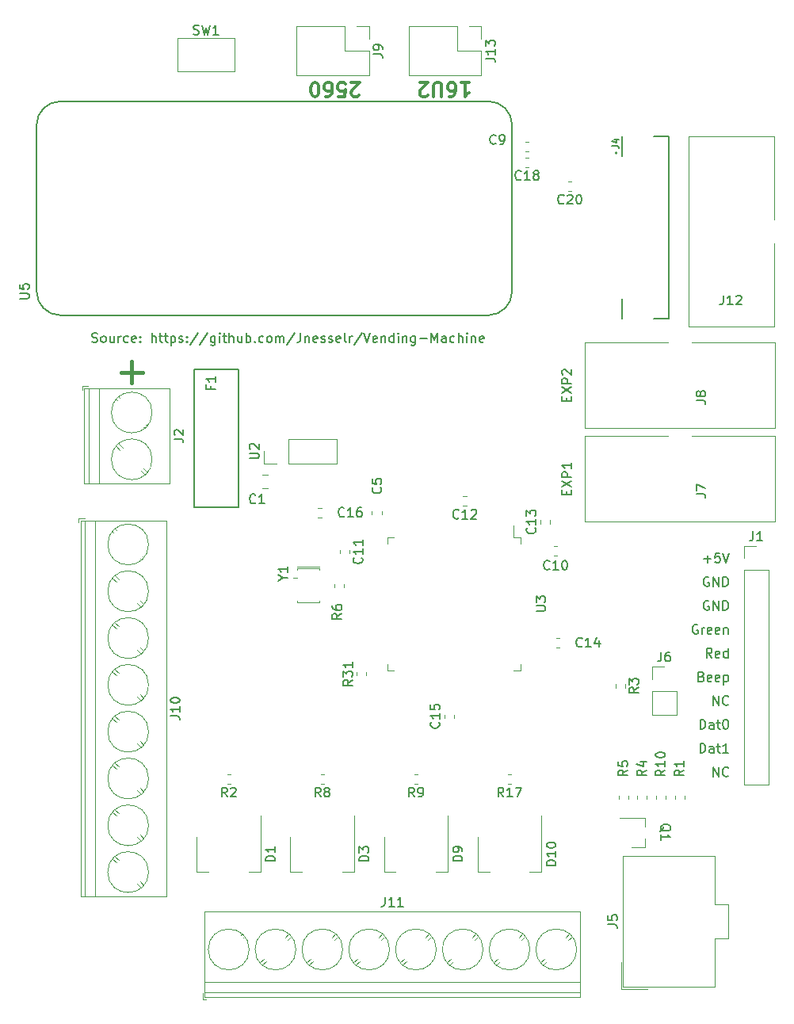
<source format=gbr>
G04 #@! TF.GenerationSoftware,KiCad,Pcbnew,(5.1.2-1)-1*
G04 #@! TF.CreationDate,2019-12-09T19:08:40-07:00*
G04 #@! TF.ProjectId,Snack Machine,536e6163-6b20-44d6-9163-68696e652e6b,rev?*
G04 #@! TF.SameCoordinates,Original*
G04 #@! TF.FileFunction,Legend,Top*
G04 #@! TF.FilePolarity,Positive*
%FSLAX46Y46*%
G04 Gerber Fmt 4.6, Leading zero omitted, Abs format (unit mm)*
G04 Created by KiCad (PCBNEW (5.1.2-1)-1) date 2019-12-09 19:08:40*
%MOMM*%
%LPD*%
G04 APERTURE LIST*
%ADD10C,0.150000*%
%ADD11C,0.450000*%
%ADD12C,0.300000*%
%ADD13C,0.120000*%
%ADD14C,0.127000*%
G04 APERTURE END LIST*
D10*
X101735576Y-75360161D02*
X101878433Y-75407780D01*
X102116528Y-75407780D01*
X102211766Y-75360161D01*
X102259385Y-75312542D01*
X102307004Y-75217304D01*
X102307004Y-75122066D01*
X102259385Y-75026828D01*
X102211766Y-74979209D01*
X102116528Y-74931590D01*
X101926052Y-74883971D01*
X101830814Y-74836352D01*
X101783195Y-74788733D01*
X101735576Y-74693495D01*
X101735576Y-74598257D01*
X101783195Y-74503019D01*
X101830814Y-74455400D01*
X101926052Y-74407780D01*
X102164147Y-74407780D01*
X102307004Y-74455400D01*
X102878433Y-75407780D02*
X102783195Y-75360161D01*
X102735576Y-75312542D01*
X102687957Y-75217304D01*
X102687957Y-74931590D01*
X102735576Y-74836352D01*
X102783195Y-74788733D01*
X102878433Y-74741114D01*
X103021290Y-74741114D01*
X103116528Y-74788733D01*
X103164147Y-74836352D01*
X103211766Y-74931590D01*
X103211766Y-75217304D01*
X103164147Y-75312542D01*
X103116528Y-75360161D01*
X103021290Y-75407780D01*
X102878433Y-75407780D01*
X104068909Y-74741114D02*
X104068909Y-75407780D01*
X103640338Y-74741114D02*
X103640338Y-75264923D01*
X103687957Y-75360161D01*
X103783195Y-75407780D01*
X103926052Y-75407780D01*
X104021290Y-75360161D01*
X104068909Y-75312542D01*
X104545100Y-75407780D02*
X104545100Y-74741114D01*
X104545100Y-74931590D02*
X104592719Y-74836352D01*
X104640338Y-74788733D01*
X104735576Y-74741114D01*
X104830814Y-74741114D01*
X105592719Y-75360161D02*
X105497480Y-75407780D01*
X105307004Y-75407780D01*
X105211766Y-75360161D01*
X105164147Y-75312542D01*
X105116528Y-75217304D01*
X105116528Y-74931590D01*
X105164147Y-74836352D01*
X105211766Y-74788733D01*
X105307004Y-74741114D01*
X105497480Y-74741114D01*
X105592719Y-74788733D01*
X106402242Y-75360161D02*
X106307004Y-75407780D01*
X106116528Y-75407780D01*
X106021290Y-75360161D01*
X105973671Y-75264923D01*
X105973671Y-74883971D01*
X106021290Y-74788733D01*
X106116528Y-74741114D01*
X106307004Y-74741114D01*
X106402242Y-74788733D01*
X106449861Y-74883971D01*
X106449861Y-74979209D01*
X105973671Y-75074447D01*
X106878433Y-75312542D02*
X106926052Y-75360161D01*
X106878433Y-75407780D01*
X106830814Y-75360161D01*
X106878433Y-75312542D01*
X106878433Y-75407780D01*
X106878433Y-74788733D02*
X106926052Y-74836352D01*
X106878433Y-74883971D01*
X106830814Y-74836352D01*
X106878433Y-74788733D01*
X106878433Y-74883971D01*
X108116528Y-75407780D02*
X108116528Y-74407780D01*
X108545100Y-75407780D02*
X108545100Y-74883971D01*
X108497480Y-74788733D01*
X108402242Y-74741114D01*
X108259385Y-74741114D01*
X108164147Y-74788733D01*
X108116528Y-74836352D01*
X108878433Y-74741114D02*
X109259385Y-74741114D01*
X109021290Y-74407780D02*
X109021290Y-75264923D01*
X109068909Y-75360161D01*
X109164147Y-75407780D01*
X109259385Y-75407780D01*
X109449861Y-74741114D02*
X109830814Y-74741114D01*
X109592719Y-74407780D02*
X109592719Y-75264923D01*
X109640338Y-75360161D01*
X109735576Y-75407780D01*
X109830814Y-75407780D01*
X110164147Y-74741114D02*
X110164147Y-75741114D01*
X110164147Y-74788733D02*
X110259385Y-74741114D01*
X110449861Y-74741114D01*
X110545100Y-74788733D01*
X110592719Y-74836352D01*
X110640338Y-74931590D01*
X110640338Y-75217304D01*
X110592719Y-75312542D01*
X110545100Y-75360161D01*
X110449861Y-75407780D01*
X110259385Y-75407780D01*
X110164147Y-75360161D01*
X111021290Y-75360161D02*
X111116528Y-75407780D01*
X111307004Y-75407780D01*
X111402242Y-75360161D01*
X111449861Y-75264923D01*
X111449861Y-75217304D01*
X111402242Y-75122066D01*
X111307004Y-75074447D01*
X111164147Y-75074447D01*
X111068909Y-75026828D01*
X111021290Y-74931590D01*
X111021290Y-74883971D01*
X111068909Y-74788733D01*
X111164147Y-74741114D01*
X111307004Y-74741114D01*
X111402242Y-74788733D01*
X111878433Y-75312542D02*
X111926052Y-75360161D01*
X111878433Y-75407780D01*
X111830814Y-75360161D01*
X111878433Y-75312542D01*
X111878433Y-75407780D01*
X111878433Y-74788733D02*
X111926052Y-74836352D01*
X111878433Y-74883971D01*
X111830814Y-74836352D01*
X111878433Y-74788733D01*
X111878433Y-74883971D01*
X113068909Y-74360161D02*
X112211766Y-75645876D01*
X114116528Y-74360161D02*
X113259385Y-75645876D01*
X114878433Y-74741114D02*
X114878433Y-75550638D01*
X114830814Y-75645876D01*
X114783195Y-75693495D01*
X114687957Y-75741114D01*
X114545100Y-75741114D01*
X114449861Y-75693495D01*
X114878433Y-75360161D02*
X114783195Y-75407780D01*
X114592719Y-75407780D01*
X114497480Y-75360161D01*
X114449861Y-75312542D01*
X114402242Y-75217304D01*
X114402242Y-74931590D01*
X114449861Y-74836352D01*
X114497480Y-74788733D01*
X114592719Y-74741114D01*
X114783195Y-74741114D01*
X114878433Y-74788733D01*
X115354623Y-75407780D02*
X115354623Y-74741114D01*
X115354623Y-74407780D02*
X115307004Y-74455400D01*
X115354623Y-74503019D01*
X115402242Y-74455400D01*
X115354623Y-74407780D01*
X115354623Y-74503019D01*
X115687957Y-74741114D02*
X116068909Y-74741114D01*
X115830814Y-74407780D02*
X115830814Y-75264923D01*
X115878433Y-75360161D01*
X115973671Y-75407780D01*
X116068909Y-75407780D01*
X116402242Y-75407780D02*
X116402242Y-74407780D01*
X116830814Y-75407780D02*
X116830814Y-74883971D01*
X116783195Y-74788733D01*
X116687957Y-74741114D01*
X116545100Y-74741114D01*
X116449861Y-74788733D01*
X116402242Y-74836352D01*
X117735576Y-74741114D02*
X117735576Y-75407780D01*
X117307004Y-74741114D02*
X117307004Y-75264923D01*
X117354623Y-75360161D01*
X117449861Y-75407780D01*
X117592719Y-75407780D01*
X117687957Y-75360161D01*
X117735576Y-75312542D01*
X118211766Y-75407780D02*
X118211766Y-74407780D01*
X118211766Y-74788733D02*
X118307004Y-74741114D01*
X118497480Y-74741114D01*
X118592719Y-74788733D01*
X118640338Y-74836352D01*
X118687957Y-74931590D01*
X118687957Y-75217304D01*
X118640338Y-75312542D01*
X118592719Y-75360161D01*
X118497480Y-75407780D01*
X118307004Y-75407780D01*
X118211766Y-75360161D01*
X119116528Y-75312542D02*
X119164147Y-75360161D01*
X119116528Y-75407780D01*
X119068909Y-75360161D01*
X119116528Y-75312542D01*
X119116528Y-75407780D01*
X120021290Y-75360161D02*
X119926052Y-75407780D01*
X119735576Y-75407780D01*
X119640338Y-75360161D01*
X119592719Y-75312542D01*
X119545100Y-75217304D01*
X119545100Y-74931590D01*
X119592719Y-74836352D01*
X119640338Y-74788733D01*
X119735576Y-74741114D01*
X119926052Y-74741114D01*
X120021290Y-74788733D01*
X120592719Y-75407780D02*
X120497480Y-75360161D01*
X120449861Y-75312542D01*
X120402242Y-75217304D01*
X120402242Y-74931590D01*
X120449861Y-74836352D01*
X120497480Y-74788733D01*
X120592719Y-74741114D01*
X120735576Y-74741114D01*
X120830814Y-74788733D01*
X120878433Y-74836352D01*
X120926052Y-74931590D01*
X120926052Y-75217304D01*
X120878433Y-75312542D01*
X120830814Y-75360161D01*
X120735576Y-75407780D01*
X120592719Y-75407780D01*
X121354623Y-75407780D02*
X121354623Y-74741114D01*
X121354623Y-74836352D02*
X121402242Y-74788733D01*
X121497480Y-74741114D01*
X121640338Y-74741114D01*
X121735576Y-74788733D01*
X121783195Y-74883971D01*
X121783195Y-75407780D01*
X121783195Y-74883971D02*
X121830814Y-74788733D01*
X121926052Y-74741114D01*
X122068909Y-74741114D01*
X122164147Y-74788733D01*
X122211766Y-74883971D01*
X122211766Y-75407780D01*
X123402242Y-74360161D02*
X122545100Y-75645876D01*
X124021290Y-74407780D02*
X124021290Y-75122066D01*
X123973671Y-75264923D01*
X123878433Y-75360161D01*
X123735576Y-75407780D01*
X123640338Y-75407780D01*
X124497480Y-74741114D02*
X124497480Y-75407780D01*
X124497480Y-74836352D02*
X124545100Y-74788733D01*
X124640338Y-74741114D01*
X124783195Y-74741114D01*
X124878433Y-74788733D01*
X124926052Y-74883971D01*
X124926052Y-75407780D01*
X125783195Y-75360161D02*
X125687957Y-75407780D01*
X125497480Y-75407780D01*
X125402242Y-75360161D01*
X125354623Y-75264923D01*
X125354623Y-74883971D01*
X125402242Y-74788733D01*
X125497480Y-74741114D01*
X125687957Y-74741114D01*
X125783195Y-74788733D01*
X125830814Y-74883971D01*
X125830814Y-74979209D01*
X125354623Y-75074447D01*
X126211766Y-75360161D02*
X126307004Y-75407780D01*
X126497480Y-75407780D01*
X126592719Y-75360161D01*
X126640338Y-75264923D01*
X126640338Y-75217304D01*
X126592719Y-75122066D01*
X126497480Y-75074447D01*
X126354623Y-75074447D01*
X126259385Y-75026828D01*
X126211766Y-74931590D01*
X126211766Y-74883971D01*
X126259385Y-74788733D01*
X126354623Y-74741114D01*
X126497480Y-74741114D01*
X126592719Y-74788733D01*
X127021290Y-75360161D02*
X127116528Y-75407780D01*
X127307004Y-75407780D01*
X127402242Y-75360161D01*
X127449861Y-75264923D01*
X127449861Y-75217304D01*
X127402242Y-75122066D01*
X127307004Y-75074447D01*
X127164147Y-75074447D01*
X127068909Y-75026828D01*
X127021290Y-74931590D01*
X127021290Y-74883971D01*
X127068909Y-74788733D01*
X127164147Y-74741114D01*
X127307004Y-74741114D01*
X127402242Y-74788733D01*
X128259385Y-75360161D02*
X128164147Y-75407780D01*
X127973671Y-75407780D01*
X127878433Y-75360161D01*
X127830814Y-75264923D01*
X127830814Y-74883971D01*
X127878433Y-74788733D01*
X127973671Y-74741114D01*
X128164147Y-74741114D01*
X128259385Y-74788733D01*
X128307004Y-74883971D01*
X128307004Y-74979209D01*
X127830814Y-75074447D01*
X128878433Y-75407780D02*
X128783195Y-75360161D01*
X128735576Y-75264923D01*
X128735576Y-74407780D01*
X129259385Y-75407780D02*
X129259385Y-74741114D01*
X129259385Y-74931590D02*
X129307004Y-74836352D01*
X129354623Y-74788733D01*
X129449861Y-74741114D01*
X129545100Y-74741114D01*
X130592719Y-74360161D02*
X129735576Y-75645876D01*
X130783195Y-74407780D02*
X131116528Y-75407780D01*
X131449861Y-74407780D01*
X132164147Y-75360161D02*
X132068909Y-75407780D01*
X131878433Y-75407780D01*
X131783195Y-75360161D01*
X131735576Y-75264923D01*
X131735576Y-74883971D01*
X131783195Y-74788733D01*
X131878433Y-74741114D01*
X132068909Y-74741114D01*
X132164147Y-74788733D01*
X132211766Y-74883971D01*
X132211766Y-74979209D01*
X131735576Y-75074447D01*
X132640338Y-74741114D02*
X132640338Y-75407780D01*
X132640338Y-74836352D02*
X132687957Y-74788733D01*
X132783195Y-74741114D01*
X132926052Y-74741114D01*
X133021290Y-74788733D01*
X133068909Y-74883971D01*
X133068909Y-75407780D01*
X133973671Y-75407780D02*
X133973671Y-74407780D01*
X133973671Y-75360161D02*
X133878433Y-75407780D01*
X133687957Y-75407780D01*
X133592719Y-75360161D01*
X133545100Y-75312542D01*
X133497480Y-75217304D01*
X133497480Y-74931590D01*
X133545100Y-74836352D01*
X133592719Y-74788733D01*
X133687957Y-74741114D01*
X133878433Y-74741114D01*
X133973671Y-74788733D01*
X134449861Y-75407780D02*
X134449861Y-74741114D01*
X134449861Y-74407780D02*
X134402242Y-74455400D01*
X134449861Y-74503019D01*
X134497480Y-74455400D01*
X134449861Y-74407780D01*
X134449861Y-74503019D01*
X134926052Y-74741114D02*
X134926052Y-75407780D01*
X134926052Y-74836352D02*
X134973671Y-74788733D01*
X135068909Y-74741114D01*
X135211766Y-74741114D01*
X135307004Y-74788733D01*
X135354623Y-74883971D01*
X135354623Y-75407780D01*
X136259385Y-74741114D02*
X136259385Y-75550638D01*
X136211766Y-75645876D01*
X136164147Y-75693495D01*
X136068909Y-75741114D01*
X135926052Y-75741114D01*
X135830814Y-75693495D01*
X136259385Y-75360161D02*
X136164147Y-75407780D01*
X135973671Y-75407780D01*
X135878433Y-75360161D01*
X135830814Y-75312542D01*
X135783195Y-75217304D01*
X135783195Y-74931590D01*
X135830814Y-74836352D01*
X135878433Y-74788733D01*
X135973671Y-74741114D01*
X136164147Y-74741114D01*
X136259385Y-74788733D01*
X136735576Y-75026828D02*
X137497480Y-75026828D01*
X137973671Y-75407780D02*
X137973671Y-74407780D01*
X138307004Y-75122066D01*
X138640338Y-74407780D01*
X138640338Y-75407780D01*
X139545100Y-75407780D02*
X139545100Y-74883971D01*
X139497480Y-74788733D01*
X139402242Y-74741114D01*
X139211766Y-74741114D01*
X139116528Y-74788733D01*
X139545100Y-75360161D02*
X139449861Y-75407780D01*
X139211766Y-75407780D01*
X139116528Y-75360161D01*
X139068909Y-75264923D01*
X139068909Y-75169685D01*
X139116528Y-75074447D01*
X139211766Y-75026828D01*
X139449861Y-75026828D01*
X139545100Y-74979209D01*
X140449861Y-75360161D02*
X140354623Y-75407780D01*
X140164147Y-75407780D01*
X140068909Y-75360161D01*
X140021290Y-75312542D01*
X139973671Y-75217304D01*
X139973671Y-74931590D01*
X140021290Y-74836352D01*
X140068909Y-74788733D01*
X140164147Y-74741114D01*
X140354623Y-74741114D01*
X140449861Y-74788733D01*
X140878433Y-75407780D02*
X140878433Y-74407780D01*
X141307004Y-75407780D02*
X141307004Y-74883971D01*
X141259385Y-74788733D01*
X141164147Y-74741114D01*
X141021290Y-74741114D01*
X140926052Y-74788733D01*
X140878433Y-74836352D01*
X141783195Y-75407780D02*
X141783195Y-74741114D01*
X141783195Y-74407780D02*
X141735576Y-74455400D01*
X141783195Y-74503019D01*
X141830814Y-74455400D01*
X141783195Y-74407780D01*
X141783195Y-74503019D01*
X142259385Y-74741114D02*
X142259385Y-75407780D01*
X142259385Y-74836352D02*
X142307004Y-74788733D01*
X142402242Y-74741114D01*
X142545100Y-74741114D01*
X142640338Y-74788733D01*
X142687957Y-74883971D01*
X142687957Y-75407780D01*
X143545100Y-75360161D02*
X143449861Y-75407780D01*
X143259385Y-75407780D01*
X143164147Y-75360161D01*
X143116528Y-75264923D01*
X143116528Y-74883971D01*
X143164147Y-74788733D01*
X143259385Y-74741114D01*
X143449861Y-74741114D01*
X143545100Y-74788733D01*
X143592719Y-74883971D01*
X143592719Y-74979209D01*
X143116528Y-75074447D01*
X152428571Y-81666666D02*
X152428571Y-81333333D01*
X152952380Y-81190476D02*
X152952380Y-81666666D01*
X151952380Y-81666666D01*
X151952380Y-81190476D01*
X151952380Y-80857142D02*
X152952380Y-80190476D01*
X151952380Y-80190476D02*
X152952380Y-80857142D01*
X152952380Y-79809523D02*
X151952380Y-79809523D01*
X151952380Y-79428571D01*
X152000000Y-79333333D01*
X152047619Y-79285714D01*
X152142857Y-79238095D01*
X152285714Y-79238095D01*
X152380952Y-79285714D01*
X152428571Y-79333333D01*
X152476190Y-79428571D01*
X152476190Y-79809523D01*
X152047619Y-78857142D02*
X152000000Y-78809523D01*
X151952380Y-78714285D01*
X151952380Y-78476190D01*
X152000000Y-78380952D01*
X152047619Y-78333333D01*
X152142857Y-78285714D01*
X152238095Y-78285714D01*
X152380952Y-78333333D01*
X152952380Y-78904761D01*
X152952380Y-78285714D01*
X152428571Y-91666666D02*
X152428571Y-91333333D01*
X152952380Y-91190476D02*
X152952380Y-91666666D01*
X151952380Y-91666666D01*
X151952380Y-91190476D01*
X151952380Y-90857142D02*
X152952380Y-90190476D01*
X151952380Y-90190476D02*
X152952380Y-90857142D01*
X152952380Y-89809523D02*
X151952380Y-89809523D01*
X151952380Y-89428571D01*
X152000000Y-89333333D01*
X152047619Y-89285714D01*
X152142857Y-89238095D01*
X152285714Y-89238095D01*
X152380952Y-89285714D01*
X152428571Y-89333333D01*
X152476190Y-89428571D01*
X152476190Y-89809523D01*
X152952380Y-88285714D02*
X152952380Y-88857142D01*
X152952380Y-88571428D02*
X151952380Y-88571428D01*
X152095238Y-88666666D01*
X152190476Y-88761904D01*
X152238095Y-88857142D01*
X168092976Y-121783180D02*
X168092976Y-120783180D01*
X168664404Y-121783180D01*
X168664404Y-120783180D01*
X169712023Y-121687942D02*
X169664404Y-121735561D01*
X169521547Y-121783180D01*
X169426309Y-121783180D01*
X169283452Y-121735561D01*
X169188214Y-121640323D01*
X169140595Y-121545085D01*
X169092976Y-121354609D01*
X169092976Y-121211752D01*
X169140595Y-121021276D01*
X169188214Y-120926038D01*
X169283452Y-120830800D01*
X169426309Y-120783180D01*
X169521547Y-120783180D01*
X169664404Y-120830800D01*
X169712023Y-120878419D01*
X166712023Y-119243180D02*
X166712023Y-118243180D01*
X166950119Y-118243180D01*
X167092976Y-118290800D01*
X167188214Y-118386038D01*
X167235833Y-118481276D01*
X167283452Y-118671752D01*
X167283452Y-118814609D01*
X167235833Y-119005085D01*
X167188214Y-119100323D01*
X167092976Y-119195561D01*
X166950119Y-119243180D01*
X166712023Y-119243180D01*
X168140595Y-119243180D02*
X168140595Y-118719371D01*
X168092976Y-118624133D01*
X167997738Y-118576514D01*
X167807261Y-118576514D01*
X167712023Y-118624133D01*
X168140595Y-119195561D02*
X168045357Y-119243180D01*
X167807261Y-119243180D01*
X167712023Y-119195561D01*
X167664404Y-119100323D01*
X167664404Y-119005085D01*
X167712023Y-118909847D01*
X167807261Y-118862228D01*
X168045357Y-118862228D01*
X168140595Y-118814609D01*
X168473928Y-118576514D02*
X168854880Y-118576514D01*
X168616785Y-118243180D02*
X168616785Y-119100323D01*
X168664404Y-119195561D01*
X168759642Y-119243180D01*
X168854880Y-119243180D01*
X169712023Y-119243180D02*
X169140595Y-119243180D01*
X169426309Y-119243180D02*
X169426309Y-118243180D01*
X169331071Y-118386038D01*
X169235833Y-118481276D01*
X169140595Y-118528895D01*
X166712023Y-116703180D02*
X166712023Y-115703180D01*
X166950119Y-115703180D01*
X167092976Y-115750800D01*
X167188214Y-115846038D01*
X167235833Y-115941276D01*
X167283452Y-116131752D01*
X167283452Y-116274609D01*
X167235833Y-116465085D01*
X167188214Y-116560323D01*
X167092976Y-116655561D01*
X166950119Y-116703180D01*
X166712023Y-116703180D01*
X168140595Y-116703180D02*
X168140595Y-116179371D01*
X168092976Y-116084133D01*
X167997738Y-116036514D01*
X167807261Y-116036514D01*
X167712023Y-116084133D01*
X168140595Y-116655561D02*
X168045357Y-116703180D01*
X167807261Y-116703180D01*
X167712023Y-116655561D01*
X167664404Y-116560323D01*
X167664404Y-116465085D01*
X167712023Y-116369847D01*
X167807261Y-116322228D01*
X168045357Y-116322228D01*
X168140595Y-116274609D01*
X168473928Y-116036514D02*
X168854880Y-116036514D01*
X168616785Y-115703180D02*
X168616785Y-116560323D01*
X168664404Y-116655561D01*
X168759642Y-116703180D01*
X168854880Y-116703180D01*
X169378690Y-115703180D02*
X169473928Y-115703180D01*
X169569166Y-115750800D01*
X169616785Y-115798419D01*
X169664404Y-115893657D01*
X169712023Y-116084133D01*
X169712023Y-116322228D01*
X169664404Y-116512704D01*
X169616785Y-116607942D01*
X169569166Y-116655561D01*
X169473928Y-116703180D01*
X169378690Y-116703180D01*
X169283452Y-116655561D01*
X169235833Y-116607942D01*
X169188214Y-116512704D01*
X169140595Y-116322228D01*
X169140595Y-116084133D01*
X169188214Y-115893657D01*
X169235833Y-115798419D01*
X169283452Y-115750800D01*
X169378690Y-115703180D01*
X168092976Y-114163180D02*
X168092976Y-113163180D01*
X168664404Y-114163180D01*
X168664404Y-113163180D01*
X169712023Y-114067942D02*
X169664404Y-114115561D01*
X169521547Y-114163180D01*
X169426309Y-114163180D01*
X169283452Y-114115561D01*
X169188214Y-114020323D01*
X169140595Y-113925085D01*
X169092976Y-113734609D01*
X169092976Y-113591752D01*
X169140595Y-113401276D01*
X169188214Y-113306038D01*
X169283452Y-113210800D01*
X169426309Y-113163180D01*
X169521547Y-113163180D01*
X169664404Y-113210800D01*
X169712023Y-113258419D01*
X166854880Y-111099371D02*
X166997738Y-111146990D01*
X167045357Y-111194609D01*
X167092976Y-111289847D01*
X167092976Y-111432704D01*
X167045357Y-111527942D01*
X166997738Y-111575561D01*
X166902500Y-111623180D01*
X166521547Y-111623180D01*
X166521547Y-110623180D01*
X166854880Y-110623180D01*
X166950119Y-110670800D01*
X166997738Y-110718419D01*
X167045357Y-110813657D01*
X167045357Y-110908895D01*
X166997738Y-111004133D01*
X166950119Y-111051752D01*
X166854880Y-111099371D01*
X166521547Y-111099371D01*
X167902500Y-111575561D02*
X167807261Y-111623180D01*
X167616785Y-111623180D01*
X167521547Y-111575561D01*
X167473928Y-111480323D01*
X167473928Y-111099371D01*
X167521547Y-111004133D01*
X167616785Y-110956514D01*
X167807261Y-110956514D01*
X167902500Y-111004133D01*
X167950119Y-111099371D01*
X167950119Y-111194609D01*
X167473928Y-111289847D01*
X168759642Y-111575561D02*
X168664404Y-111623180D01*
X168473928Y-111623180D01*
X168378690Y-111575561D01*
X168331071Y-111480323D01*
X168331071Y-111099371D01*
X168378690Y-111004133D01*
X168473928Y-110956514D01*
X168664404Y-110956514D01*
X168759642Y-111004133D01*
X168807261Y-111099371D01*
X168807261Y-111194609D01*
X168331071Y-111289847D01*
X169235833Y-110956514D02*
X169235833Y-111956514D01*
X169235833Y-111004133D02*
X169331071Y-110956514D01*
X169521547Y-110956514D01*
X169616785Y-111004133D01*
X169664404Y-111051752D01*
X169712023Y-111146990D01*
X169712023Y-111432704D01*
X169664404Y-111527942D01*
X169616785Y-111575561D01*
X169521547Y-111623180D01*
X169331071Y-111623180D01*
X169235833Y-111575561D01*
X167950119Y-109083180D02*
X167616785Y-108606990D01*
X167378690Y-109083180D02*
X167378690Y-108083180D01*
X167759642Y-108083180D01*
X167854880Y-108130800D01*
X167902500Y-108178419D01*
X167950119Y-108273657D01*
X167950119Y-108416514D01*
X167902500Y-108511752D01*
X167854880Y-108559371D01*
X167759642Y-108606990D01*
X167378690Y-108606990D01*
X168759642Y-109035561D02*
X168664404Y-109083180D01*
X168473928Y-109083180D01*
X168378690Y-109035561D01*
X168331071Y-108940323D01*
X168331071Y-108559371D01*
X168378690Y-108464133D01*
X168473928Y-108416514D01*
X168664404Y-108416514D01*
X168759642Y-108464133D01*
X168807261Y-108559371D01*
X168807261Y-108654609D01*
X168331071Y-108749847D01*
X169664404Y-109083180D02*
X169664404Y-108083180D01*
X169664404Y-109035561D02*
X169569166Y-109083180D01*
X169378690Y-109083180D01*
X169283452Y-109035561D01*
X169235833Y-108987942D01*
X169188214Y-108892704D01*
X169188214Y-108606990D01*
X169235833Y-108511752D01*
X169283452Y-108464133D01*
X169378690Y-108416514D01*
X169569166Y-108416514D01*
X169664404Y-108464133D01*
X166426309Y-105590800D02*
X166331071Y-105543180D01*
X166188214Y-105543180D01*
X166045357Y-105590800D01*
X165950119Y-105686038D01*
X165902500Y-105781276D01*
X165854880Y-105971752D01*
X165854880Y-106114609D01*
X165902500Y-106305085D01*
X165950119Y-106400323D01*
X166045357Y-106495561D01*
X166188214Y-106543180D01*
X166283452Y-106543180D01*
X166426309Y-106495561D01*
X166473928Y-106447942D01*
X166473928Y-106114609D01*
X166283452Y-106114609D01*
X166902500Y-106543180D02*
X166902500Y-105876514D01*
X166902500Y-106066990D02*
X166950119Y-105971752D01*
X166997738Y-105924133D01*
X167092976Y-105876514D01*
X167188214Y-105876514D01*
X167902500Y-106495561D02*
X167807261Y-106543180D01*
X167616785Y-106543180D01*
X167521547Y-106495561D01*
X167473928Y-106400323D01*
X167473928Y-106019371D01*
X167521547Y-105924133D01*
X167616785Y-105876514D01*
X167807261Y-105876514D01*
X167902500Y-105924133D01*
X167950119Y-106019371D01*
X167950119Y-106114609D01*
X167473928Y-106209847D01*
X168759642Y-106495561D02*
X168664404Y-106543180D01*
X168473928Y-106543180D01*
X168378690Y-106495561D01*
X168331071Y-106400323D01*
X168331071Y-106019371D01*
X168378690Y-105924133D01*
X168473928Y-105876514D01*
X168664404Y-105876514D01*
X168759642Y-105924133D01*
X168807261Y-106019371D01*
X168807261Y-106114609D01*
X168331071Y-106209847D01*
X169235833Y-105876514D02*
X169235833Y-106543180D01*
X169235833Y-105971752D02*
X169283452Y-105924133D01*
X169378690Y-105876514D01*
X169521547Y-105876514D01*
X169616785Y-105924133D01*
X169664404Y-106019371D01*
X169664404Y-106543180D01*
X167616785Y-103050800D02*
X167521547Y-103003180D01*
X167378690Y-103003180D01*
X167235833Y-103050800D01*
X167140595Y-103146038D01*
X167092976Y-103241276D01*
X167045357Y-103431752D01*
X167045357Y-103574609D01*
X167092976Y-103765085D01*
X167140595Y-103860323D01*
X167235833Y-103955561D01*
X167378690Y-104003180D01*
X167473928Y-104003180D01*
X167616785Y-103955561D01*
X167664404Y-103907942D01*
X167664404Y-103574609D01*
X167473928Y-103574609D01*
X168092976Y-104003180D02*
X168092976Y-103003180D01*
X168664404Y-104003180D01*
X168664404Y-103003180D01*
X169140595Y-104003180D02*
X169140595Y-103003180D01*
X169378690Y-103003180D01*
X169521547Y-103050800D01*
X169616785Y-103146038D01*
X169664404Y-103241276D01*
X169712023Y-103431752D01*
X169712023Y-103574609D01*
X169664404Y-103765085D01*
X169616785Y-103860323D01*
X169521547Y-103955561D01*
X169378690Y-104003180D01*
X169140595Y-104003180D01*
X167616785Y-100510800D02*
X167521547Y-100463180D01*
X167378690Y-100463180D01*
X167235833Y-100510800D01*
X167140595Y-100606038D01*
X167092976Y-100701276D01*
X167045357Y-100891752D01*
X167045357Y-101034609D01*
X167092976Y-101225085D01*
X167140595Y-101320323D01*
X167235833Y-101415561D01*
X167378690Y-101463180D01*
X167473928Y-101463180D01*
X167616785Y-101415561D01*
X167664404Y-101367942D01*
X167664404Y-101034609D01*
X167473928Y-101034609D01*
X168092976Y-101463180D02*
X168092976Y-100463180D01*
X168664404Y-101463180D01*
X168664404Y-100463180D01*
X169140595Y-101463180D02*
X169140595Y-100463180D01*
X169378690Y-100463180D01*
X169521547Y-100510800D01*
X169616785Y-100606038D01*
X169664404Y-100701276D01*
X169712023Y-100891752D01*
X169712023Y-101034609D01*
X169664404Y-101225085D01*
X169616785Y-101320323D01*
X169521547Y-101415561D01*
X169378690Y-101463180D01*
X169140595Y-101463180D01*
X167092976Y-98542228D02*
X167854880Y-98542228D01*
X167473928Y-98923180D02*
X167473928Y-98161276D01*
X168807261Y-97923180D02*
X168331071Y-97923180D01*
X168283452Y-98399371D01*
X168331071Y-98351752D01*
X168426309Y-98304133D01*
X168664404Y-98304133D01*
X168759642Y-98351752D01*
X168807261Y-98399371D01*
X168854880Y-98494609D01*
X168854880Y-98732704D01*
X168807261Y-98827942D01*
X168759642Y-98875561D01*
X168664404Y-98923180D01*
X168426309Y-98923180D01*
X168331071Y-98875561D01*
X168283452Y-98827942D01*
X169140595Y-97923180D02*
X169473928Y-98923180D01*
X169807261Y-97923180D01*
D11*
X104826142Y-78614285D02*
X107111857Y-78614285D01*
X105969000Y-79757142D02*
X105969000Y-77471428D01*
D12*
X130257428Y-49009771D02*
X130186000Y-49081200D01*
X130043142Y-49152628D01*
X129686000Y-49152628D01*
X129543142Y-49081200D01*
X129471714Y-49009771D01*
X129400285Y-48866914D01*
X129400285Y-48724057D01*
X129471714Y-48509771D01*
X130328857Y-47652628D01*
X129400285Y-47652628D01*
X128043142Y-49152628D02*
X128757428Y-49152628D01*
X128828857Y-48438342D01*
X128757428Y-48509771D01*
X128614571Y-48581200D01*
X128257428Y-48581200D01*
X128114571Y-48509771D01*
X128043142Y-48438342D01*
X127971714Y-48295485D01*
X127971714Y-47938342D01*
X128043142Y-47795485D01*
X128114571Y-47724057D01*
X128257428Y-47652628D01*
X128614571Y-47652628D01*
X128757428Y-47724057D01*
X128828857Y-47795485D01*
X126686000Y-49152628D02*
X126971714Y-49152628D01*
X127114571Y-49081200D01*
X127186000Y-49009771D01*
X127328857Y-48795485D01*
X127400285Y-48509771D01*
X127400285Y-47938342D01*
X127328857Y-47795485D01*
X127257428Y-47724057D01*
X127114571Y-47652628D01*
X126828857Y-47652628D01*
X126686000Y-47724057D01*
X126614571Y-47795485D01*
X126543142Y-47938342D01*
X126543142Y-48295485D01*
X126614571Y-48438342D01*
X126686000Y-48509771D01*
X126828857Y-48581200D01*
X127114571Y-48581200D01*
X127257428Y-48509771D01*
X127328857Y-48438342D01*
X127400285Y-48295485D01*
X125614571Y-49152628D02*
X125471714Y-49152628D01*
X125328857Y-49081200D01*
X125257428Y-49009771D01*
X125186000Y-48866914D01*
X125114571Y-48581200D01*
X125114571Y-48224057D01*
X125186000Y-47938342D01*
X125257428Y-47795485D01*
X125328857Y-47724057D01*
X125471714Y-47652628D01*
X125614571Y-47652628D01*
X125757428Y-47724057D01*
X125828857Y-47795485D01*
X125900285Y-47938342D01*
X125971714Y-48224057D01*
X125971714Y-48581200D01*
X125900285Y-48866914D01*
X125828857Y-49009771D01*
X125757428Y-49081200D01*
X125614571Y-49152628D01*
X141155714Y-47652628D02*
X142012857Y-47652628D01*
X141584285Y-47652628D02*
X141584285Y-49152628D01*
X141727142Y-48938342D01*
X141870000Y-48795485D01*
X142012857Y-48724057D01*
X139870000Y-49152628D02*
X140155714Y-49152628D01*
X140298571Y-49081200D01*
X140370000Y-49009771D01*
X140512857Y-48795485D01*
X140584285Y-48509771D01*
X140584285Y-47938342D01*
X140512857Y-47795485D01*
X140441428Y-47724057D01*
X140298571Y-47652628D01*
X140012857Y-47652628D01*
X139870000Y-47724057D01*
X139798571Y-47795485D01*
X139727142Y-47938342D01*
X139727142Y-48295485D01*
X139798571Y-48438342D01*
X139870000Y-48509771D01*
X140012857Y-48581200D01*
X140298571Y-48581200D01*
X140441428Y-48509771D01*
X140512857Y-48438342D01*
X140584285Y-48295485D01*
X139084285Y-49152628D02*
X139084285Y-47938342D01*
X139012857Y-47795485D01*
X138941428Y-47724057D01*
X138798571Y-47652628D01*
X138512857Y-47652628D01*
X138370000Y-47724057D01*
X138298571Y-47795485D01*
X138227142Y-47938342D01*
X138227142Y-49152628D01*
X137584285Y-49009771D02*
X137512857Y-49081200D01*
X137370000Y-49152628D01*
X137012857Y-49152628D01*
X136870000Y-49081200D01*
X136798571Y-49009771D01*
X136727142Y-48866914D01*
X136727142Y-48724057D01*
X136798571Y-48509771D01*
X137655714Y-47652628D01*
X136727142Y-47652628D01*
D13*
X147496000Y-96937600D02*
X147496000Y-96237600D01*
X147496000Y-96237600D02*
X146796000Y-96237600D01*
X147496000Y-109757600D02*
X147496000Y-110457600D01*
X147496000Y-110457600D02*
X146796000Y-110457600D01*
X133276000Y-96937600D02*
X133276000Y-96237600D01*
X133276000Y-96237600D02*
X133976000Y-96237600D01*
X133276000Y-109757600D02*
X133276000Y-110457600D01*
X133276000Y-110457600D02*
X133976000Y-110457600D01*
X146796000Y-96237600D02*
X146796000Y-94947600D01*
X126015600Y-103146000D02*
X126015600Y-102996000D01*
X123615600Y-103146000D02*
X123615600Y-102996000D01*
X123615600Y-100596000D02*
X123615600Y-100546000D01*
X123615600Y-99546000D02*
X123615600Y-99696000D01*
X126015600Y-99546000D02*
X126015600Y-99696000D01*
X124015600Y-99346000D02*
X123615600Y-99346000D01*
X124015600Y-99546000D02*
X123615600Y-99546000D01*
X124015600Y-103146000D02*
X123615600Y-103146000D01*
X126015600Y-99346000D02*
X124015600Y-99346000D01*
X123615600Y-100596000D02*
X123215600Y-100596000D01*
X124015600Y-99546000D02*
X126015600Y-99546000D01*
X126015600Y-103146000D02*
X124015600Y-103146000D01*
X143330000Y-41670000D02*
X143330000Y-43000000D01*
X142000000Y-41670000D02*
X143330000Y-41670000D01*
X143330000Y-44270000D02*
X143330000Y-46870000D01*
X140730000Y-44270000D02*
X143330000Y-44270000D01*
X140730000Y-41670000D02*
X140730000Y-44270000D01*
X143330000Y-46870000D02*
X135590000Y-46870000D01*
X140730000Y-41670000D02*
X135590000Y-41670000D01*
X135590000Y-41670000D02*
X135590000Y-46870000D01*
X131330000Y-41670000D02*
X131330000Y-43000000D01*
X130000000Y-41670000D02*
X131330000Y-41670000D01*
X131330000Y-44270000D02*
X131330000Y-46870000D01*
X128730000Y-44270000D02*
X131330000Y-44270000D01*
X128730000Y-41670000D02*
X128730000Y-44270000D01*
X131330000Y-46870000D02*
X123590000Y-46870000D01*
X128730000Y-41670000D02*
X123590000Y-41670000D01*
X123590000Y-41670000D02*
X123590000Y-46870000D01*
X171364800Y-97140800D02*
X172694800Y-97140800D01*
X171364800Y-98470800D02*
X171364800Y-97140800D01*
X171364800Y-99740800D02*
X174024800Y-99740800D01*
X174024800Y-99740800D02*
X174024800Y-122660800D01*
X171364800Y-99740800D02*
X171364800Y-122660800D01*
X171364800Y-122660800D02*
X174024800Y-122660800D01*
X161534800Y-110023600D02*
X162864800Y-110023600D01*
X161534800Y-111353600D02*
X161534800Y-110023600D01*
X161534800Y-112623600D02*
X164194800Y-112623600D01*
X164194800Y-112623600D02*
X164194800Y-115223600D01*
X161534800Y-112623600D02*
X161534800Y-115223600D01*
X161534800Y-115223600D02*
X164194800Y-115223600D01*
X158473000Y-137247600D02*
X158473000Y-144257600D01*
X158473000Y-144257600D02*
X168293000Y-144257600D01*
X168293000Y-144257600D02*
X168293000Y-139057600D01*
X168293000Y-139057600D02*
X169693000Y-139057600D01*
X169693000Y-139057600D02*
X169693000Y-137247600D01*
X158473000Y-137247600D02*
X158473000Y-130237600D01*
X158473000Y-130237600D02*
X168293000Y-130237600D01*
X168293000Y-130237600D02*
X168293000Y-135437600D01*
X168293000Y-135437600D02*
X169693000Y-135437600D01*
X169693000Y-135437600D02*
X169693000Y-137247600D01*
X158233000Y-141647600D02*
X158233000Y-144497600D01*
X158233000Y-144497600D02*
X161083000Y-144497600D01*
D10*
X95809000Y-52192000D02*
G75*
G02X98349000Y-49652000I2540000J0D01*
G01*
X98349000Y-72512000D02*
G75*
G02X95809000Y-69972000I0J2540000D01*
G01*
X144069000Y-49652000D02*
G75*
G02X146609000Y-52192000I0J-2540000D01*
G01*
X146609000Y-69972000D02*
G75*
G02X144069000Y-72512000I-2540000J0D01*
G01*
X95809000Y-52192000D02*
X95809000Y-69972000D01*
X144069000Y-49652000D02*
X98349000Y-49652000D01*
X146609000Y-69972000D02*
X146609000Y-52192000D01*
X144069000Y-72512000D02*
X98349000Y-72512000D01*
D13*
X154340000Y-85428000D02*
X154340000Y-94572000D01*
X174660000Y-85428000D02*
X165770000Y-85428000D01*
X174660000Y-94572000D02*
X154340000Y-94572000D01*
X174660000Y-85428000D02*
X174660000Y-94572000D01*
X163230000Y-85428000D02*
X154340000Y-85428000D01*
X163230000Y-75428000D02*
X154340000Y-75428000D01*
X174660000Y-75428000D02*
X174660000Y-84572000D01*
X174660000Y-84572000D02*
X154340000Y-84572000D01*
X174660000Y-75428000D02*
X165770000Y-75428000D01*
X154340000Y-75428000D02*
X154340000Y-84572000D01*
X119957148Y-89582000D02*
X120479652Y-89582000D01*
X119957148Y-91002000D02*
X120479652Y-91002000D01*
X131646400Y-93765267D02*
X131646400Y-93422733D01*
X132666400Y-93765267D02*
X132666400Y-93422733D01*
X151085733Y-98223800D02*
X151428267Y-98223800D01*
X151085733Y-97203800D02*
X151428267Y-97203800D01*
X128242800Y-97588333D02*
X128242800Y-97930867D01*
X129262800Y-97588333D02*
X129262800Y-97930867D01*
X141725667Y-92884800D02*
X141383133Y-92884800D01*
X141725667Y-91864800D02*
X141383133Y-91864800D01*
X150624000Y-94760867D02*
X150624000Y-94418333D01*
X149604000Y-94760867D02*
X149604000Y-94418333D01*
X151365133Y-108010000D02*
X151707667Y-108010000D01*
X151365133Y-106990000D02*
X151707667Y-106990000D01*
X139393200Y-115170133D02*
X139393200Y-115512667D01*
X140413200Y-115170133D02*
X140413200Y-115512667D01*
X126231667Y-93084000D02*
X125889133Y-93084000D01*
X126231667Y-94104000D02*
X125889133Y-94104000D01*
X148386066Y-55026199D02*
X148043532Y-55026199D01*
X148386066Y-54006199D02*
X148043532Y-54006199D01*
X148380267Y-55674800D02*
X148037733Y-55674800D01*
X148380267Y-56694800D02*
X148037733Y-56694800D01*
X152952467Y-58235200D02*
X152609933Y-58235200D01*
X152952467Y-59255200D02*
X152609933Y-59255200D01*
X112921000Y-131991600D02*
X114181000Y-131991600D01*
X119741000Y-131991600D02*
X118481000Y-131991600D01*
X112921000Y-128231600D02*
X112921000Y-131991600D01*
X119741000Y-125981600D02*
X119741000Y-131991600D01*
X122921000Y-131991600D02*
X124181000Y-131991600D01*
X129741000Y-131991600D02*
X128481000Y-131991600D01*
X122921000Y-128231600D02*
X122921000Y-131991600D01*
X129741000Y-125981600D02*
X129741000Y-131991600D01*
X139741000Y-125981600D02*
X139741000Y-131991600D01*
X132921000Y-128231600D02*
X132921000Y-131991600D01*
X139741000Y-131991600D02*
X138481000Y-131991600D01*
X132921000Y-131991600D02*
X134181000Y-131991600D01*
X142921000Y-131991600D02*
X144181000Y-131991600D01*
X149741000Y-131991600D02*
X148481000Y-131991600D01*
X142921000Y-128231600D02*
X142921000Y-131991600D01*
X149741000Y-125981600D02*
X149741000Y-131991600D01*
D10*
X117366000Y-78298600D02*
X117366000Y-92988600D01*
X117366000Y-92988600D02*
X112606000Y-92988600D01*
X112606000Y-78298600D02*
X112606000Y-92988600D01*
X112606000Y-78298600D02*
X117366000Y-78298600D01*
D13*
X108149000Y-82900600D02*
G75*
G03X108149000Y-82900600I-2180000J0D01*
G01*
X108149000Y-87900600D02*
G75*
G03X108149000Y-87900600I-2180000J0D01*
G01*
X101369000Y-80340600D02*
X101369000Y-90460600D01*
X102469000Y-80340600D02*
X102469000Y-90460600D01*
X110029000Y-80340600D02*
X110029000Y-90460600D01*
X100909000Y-80340600D02*
X100909000Y-90460600D01*
X110029000Y-80340600D02*
X100909000Y-80340600D01*
X110029000Y-90460600D02*
X100909000Y-90460600D01*
X107357000Y-84554600D02*
X107250000Y-84447600D01*
X104422000Y-81618600D02*
X104315000Y-81512600D01*
X107623000Y-84288600D02*
X107516000Y-84181600D01*
X104688000Y-81352600D02*
X104581000Y-81246600D01*
X107357000Y-89554600D02*
X106961000Y-89159600D01*
X104695000Y-86893600D02*
X104315000Y-86513600D01*
X107623000Y-89288600D02*
X107243000Y-88908600D01*
X104977000Y-86642600D02*
X104581000Y-86247600D01*
X101309000Y-80100600D02*
X100669000Y-80100600D01*
X100669000Y-80100600D02*
X100669000Y-80500600D01*
D10*
X163322600Y-53394000D02*
X161772600Y-53394000D01*
X163322600Y-72834000D02*
X163322600Y-53394000D01*
X163322600Y-72834000D02*
X161772600Y-72834000D01*
X158322600Y-72834000D02*
X158322600Y-70734000D01*
X158322600Y-55494000D02*
X158322600Y-53394000D01*
X157822600Y-55194000D02*
G75*
G03X157822600Y-55194000I-100000J0D01*
G01*
D13*
X100288000Y-94197600D02*
X100288000Y-94597600D01*
X100928000Y-94197600D02*
X100288000Y-94197600D01*
X104596000Y-130739600D02*
X104200000Y-130344600D01*
X107242000Y-133385600D02*
X106862000Y-133005600D01*
X104314000Y-130990600D02*
X103934000Y-130610600D01*
X106976000Y-133651600D02*
X106580000Y-133256600D01*
X104596000Y-125739600D02*
X104200000Y-125344600D01*
X107242000Y-128385600D02*
X106862000Y-128005600D01*
X104314000Y-125990600D02*
X103934000Y-125610600D01*
X106976000Y-128651600D02*
X106580000Y-128256600D01*
X104596000Y-120739600D02*
X104200000Y-120344600D01*
X107242000Y-123385600D02*
X106862000Y-123005600D01*
X104314000Y-120990600D02*
X103934000Y-120610600D01*
X106976000Y-123651600D02*
X106580000Y-123256600D01*
X104596000Y-115739600D02*
X104200000Y-115344600D01*
X107242000Y-118385600D02*
X106862000Y-118005600D01*
X104314000Y-115990600D02*
X103934000Y-115610600D01*
X106976000Y-118651600D02*
X106580000Y-118256600D01*
X104596000Y-110739600D02*
X104200000Y-110344600D01*
X107242000Y-113385600D02*
X106862000Y-113005600D01*
X104314000Y-110990600D02*
X103934000Y-110610600D01*
X106976000Y-113651600D02*
X106580000Y-113256600D01*
X104596000Y-105739600D02*
X104200000Y-105344600D01*
X107242000Y-108385600D02*
X106862000Y-108005600D01*
X104314000Y-105990600D02*
X103934000Y-105610600D01*
X106976000Y-108651600D02*
X106580000Y-108256600D01*
X104596000Y-100739600D02*
X104200000Y-100344600D01*
X107242000Y-103385600D02*
X106862000Y-103005600D01*
X104314000Y-100990600D02*
X103934000Y-100610600D01*
X106976000Y-103651600D02*
X106580000Y-103256600D01*
X104307000Y-95449600D02*
X104200000Y-95343600D01*
X107242000Y-98385600D02*
X107135000Y-98278600D01*
X104041000Y-95715600D02*
X103934000Y-95609600D01*
X106976000Y-98651600D02*
X106869000Y-98544600D01*
X109648000Y-134557600D02*
X100528000Y-134557600D01*
X109648000Y-94437600D02*
X100528000Y-94437600D01*
X100528000Y-94437600D02*
X100528000Y-134557600D01*
X109648000Y-94437600D02*
X109648000Y-134557600D01*
X102088000Y-94437600D02*
X102088000Y-134557600D01*
X100988000Y-94437600D02*
X100988000Y-134557600D01*
X107768000Y-131997600D02*
G75*
G03X107768000Y-131997600I-2180000J0D01*
G01*
X107768000Y-126997600D02*
G75*
G03X107768000Y-126997600I-2180000J0D01*
G01*
X107768000Y-121997600D02*
G75*
G03X107768000Y-121997600I-2180000J0D01*
G01*
X107768000Y-116997600D02*
G75*
G03X107768000Y-116997600I-2180000J0D01*
G01*
X107768000Y-111997600D02*
G75*
G03X107768000Y-111997600I-2180000J0D01*
G01*
X107768000Y-106997600D02*
G75*
G03X107768000Y-106997600I-2180000J0D01*
G01*
X107768000Y-101997600D02*
G75*
G03X107768000Y-101997600I-2180000J0D01*
G01*
X107768000Y-96997600D02*
G75*
G03X107768000Y-96997600I-2180000J0D01*
G01*
X118511000Y-140259600D02*
G75*
G03X118511000Y-140259600I-2180000J0D01*
G01*
X123511000Y-140259600D02*
G75*
G03X123511000Y-140259600I-2180000J0D01*
G01*
X128511000Y-140259600D02*
G75*
G03X128511000Y-140259600I-2180000J0D01*
G01*
X133511000Y-140259600D02*
G75*
G03X133511000Y-140259600I-2180000J0D01*
G01*
X138511000Y-140259600D02*
G75*
G03X138511000Y-140259600I-2180000J0D01*
G01*
X143511000Y-140259600D02*
G75*
G03X143511000Y-140259600I-2180000J0D01*
G01*
X148511000Y-140259600D02*
G75*
G03X148511000Y-140259600I-2180000J0D01*
G01*
X153511000Y-140259600D02*
G75*
G03X153511000Y-140259600I-2180000J0D01*
G01*
X113771000Y-144859600D02*
X153891000Y-144859600D01*
X113771000Y-143759600D02*
X153891000Y-143759600D01*
X113771000Y-136199600D02*
X153891000Y-136199600D01*
X113771000Y-145319600D02*
X153891000Y-145319600D01*
X113771000Y-136199600D02*
X113771000Y-145319600D01*
X153891000Y-136199600D02*
X153891000Y-145319600D01*
X117985000Y-138871600D02*
X117878000Y-138978600D01*
X115049000Y-141806600D02*
X114943000Y-141913600D01*
X117719000Y-138605600D02*
X117612000Y-138712600D01*
X114783000Y-141540600D02*
X114677000Y-141647600D01*
X122985000Y-138871600D02*
X122590000Y-139267600D01*
X120324000Y-141533600D02*
X119944000Y-141913600D01*
X122719000Y-138605600D02*
X122339000Y-138985600D01*
X120073000Y-141251600D02*
X119678000Y-141647600D01*
X127985000Y-138871600D02*
X127590000Y-139267600D01*
X125324000Y-141533600D02*
X124944000Y-141913600D01*
X127719000Y-138605600D02*
X127339000Y-138985600D01*
X125073000Y-141251600D02*
X124678000Y-141647600D01*
X132985000Y-138871600D02*
X132590000Y-139267600D01*
X130324000Y-141533600D02*
X129944000Y-141913600D01*
X132719000Y-138605600D02*
X132339000Y-138985600D01*
X130073000Y-141251600D02*
X129678000Y-141647600D01*
X137985000Y-138871600D02*
X137590000Y-139267600D01*
X135324000Y-141533600D02*
X134944000Y-141913600D01*
X137719000Y-138605600D02*
X137339000Y-138985600D01*
X135073000Y-141251600D02*
X134678000Y-141647600D01*
X142985000Y-138871600D02*
X142590000Y-139267600D01*
X140324000Y-141533600D02*
X139944000Y-141913600D01*
X142719000Y-138605600D02*
X142339000Y-138985600D01*
X140073000Y-141251600D02*
X139678000Y-141647600D01*
X147985000Y-138871600D02*
X147590000Y-139267600D01*
X145324000Y-141533600D02*
X144944000Y-141913600D01*
X147719000Y-138605600D02*
X147339000Y-138985600D01*
X145073000Y-141251600D02*
X144678000Y-141647600D01*
X152985000Y-138871600D02*
X152590000Y-139267600D01*
X150324000Y-141533600D02*
X149944000Y-141913600D01*
X152719000Y-138605600D02*
X152339000Y-138985600D01*
X150073000Y-141251600D02*
X149678000Y-141647600D01*
X113531000Y-144919600D02*
X113531000Y-145559600D01*
X113531000Y-145559600D02*
X113931000Y-145559600D01*
X160805400Y-129367400D02*
X160805400Y-128437400D01*
X160805400Y-126207400D02*
X160805400Y-127137400D01*
X160805400Y-126207400D02*
X158145400Y-126207400D01*
X160805400Y-129367400D02*
X159345400Y-129367400D01*
X165010000Y-124171267D02*
X165010000Y-123828733D01*
X163990000Y-124171267D02*
X163990000Y-123828733D01*
X116502267Y-121571600D02*
X116159733Y-121571600D01*
X116502267Y-122591600D02*
X116159733Y-122591600D01*
X157706600Y-111944333D02*
X157706600Y-112286867D01*
X158726600Y-111944333D02*
X158726600Y-112286867D01*
X159990000Y-124171267D02*
X159990000Y-123828733D01*
X161010000Y-124171267D02*
X161010000Y-123828733D01*
X157990000Y-124171267D02*
X157990000Y-123828733D01*
X159010000Y-124171267D02*
X159010000Y-123828733D01*
X127633200Y-101537667D02*
X127633200Y-101195133D01*
X128653200Y-101537667D02*
X128653200Y-101195133D01*
X126502267Y-122591600D02*
X126159733Y-122591600D01*
X126502267Y-121571600D02*
X126159733Y-121571600D01*
X136502267Y-122591600D02*
X136159733Y-122591600D01*
X136502267Y-121571600D02*
X136159733Y-121571600D01*
X161990000Y-124171267D02*
X161990000Y-123828733D01*
X163010000Y-124171267D02*
X163010000Y-123828733D01*
X146502267Y-121571600D02*
X146159733Y-121571600D01*
X146502267Y-122591600D02*
X146159733Y-122591600D01*
X131040800Y-110986467D02*
X131040800Y-110643933D01*
X130020800Y-110986467D02*
X130020800Y-110643933D01*
X110859200Y-42863600D02*
X116979200Y-42863600D01*
X116979200Y-42863600D02*
X116979200Y-46483600D01*
X116979200Y-46483600D02*
X110859200Y-46483600D01*
X110859200Y-46483600D02*
X110859200Y-42863600D01*
X127847600Y-88370800D02*
X127847600Y-85710800D01*
X122707600Y-88370800D02*
X127847600Y-88370800D01*
X122707600Y-85710800D02*
X127847600Y-85710800D01*
X122707600Y-88370800D02*
X122707600Y-85710800D01*
X121437600Y-88370800D02*
X120107600Y-88370800D01*
X120107600Y-88370800D02*
X120107600Y-87040800D01*
X174574400Y-53360400D02*
X165430400Y-53360400D01*
X174574400Y-73680400D02*
X174574400Y-64790400D01*
X165430400Y-73680400D02*
X165430400Y-53360400D01*
X174574400Y-73680400D02*
X165430400Y-73680400D01*
X174574400Y-62250400D02*
X174574400Y-53360400D01*
D10*
X149188380Y-104109504D02*
X149997904Y-104109504D01*
X150093142Y-104061885D01*
X150140761Y-104014266D01*
X150188380Y-103919028D01*
X150188380Y-103728552D01*
X150140761Y-103633314D01*
X150093142Y-103585695D01*
X149997904Y-103538076D01*
X149188380Y-103538076D01*
X149188380Y-103157123D02*
X149188380Y-102538076D01*
X149569333Y-102871409D01*
X149569333Y-102728552D01*
X149616952Y-102633314D01*
X149664571Y-102585695D01*
X149759809Y-102538076D01*
X149997904Y-102538076D01*
X150093142Y-102585695D01*
X150140761Y-102633314D01*
X150188380Y-102728552D01*
X150188380Y-103014266D01*
X150140761Y-103109504D01*
X150093142Y-103157123D01*
X122150190Y-100552190D02*
X122626380Y-100552190D01*
X121626380Y-100885523D02*
X122150190Y-100552190D01*
X121626380Y-100218857D01*
X122626380Y-99361714D02*
X122626380Y-99933142D01*
X122626380Y-99647428D02*
X121626380Y-99647428D01*
X121769238Y-99742666D01*
X121864476Y-99837904D01*
X121912095Y-99933142D01*
X143782380Y-45079523D02*
X144496666Y-45079523D01*
X144639523Y-45127142D01*
X144734761Y-45222380D01*
X144782380Y-45365238D01*
X144782380Y-45460476D01*
X144782380Y-44079523D02*
X144782380Y-44650952D01*
X144782380Y-44365238D02*
X143782380Y-44365238D01*
X143925238Y-44460476D01*
X144020476Y-44555714D01*
X144068095Y-44650952D01*
X143782380Y-43746190D02*
X143782380Y-43127142D01*
X144163333Y-43460476D01*
X144163333Y-43317619D01*
X144210952Y-43222380D01*
X144258571Y-43174761D01*
X144353809Y-43127142D01*
X144591904Y-43127142D01*
X144687142Y-43174761D01*
X144734761Y-43222380D01*
X144782380Y-43317619D01*
X144782380Y-43603333D01*
X144734761Y-43698571D01*
X144687142Y-43746190D01*
X131782380Y-44603333D02*
X132496666Y-44603333D01*
X132639523Y-44650952D01*
X132734761Y-44746190D01*
X132782380Y-44889047D01*
X132782380Y-44984285D01*
X132782380Y-44079523D02*
X132782380Y-43889047D01*
X132734761Y-43793809D01*
X132687142Y-43746190D01*
X132544285Y-43650952D01*
X132353809Y-43603333D01*
X131972857Y-43603333D01*
X131877619Y-43650952D01*
X131830000Y-43698571D01*
X131782380Y-43793809D01*
X131782380Y-43984285D01*
X131830000Y-44079523D01*
X131877619Y-44127142D01*
X131972857Y-44174761D01*
X132210952Y-44174761D01*
X132306190Y-44127142D01*
X132353809Y-44079523D01*
X132401428Y-43984285D01*
X132401428Y-43793809D01*
X132353809Y-43698571D01*
X132306190Y-43650952D01*
X132210952Y-43603333D01*
X172361466Y-95593180D02*
X172361466Y-96307466D01*
X172313847Y-96450323D01*
X172218609Y-96545561D01*
X172075752Y-96593180D01*
X171980514Y-96593180D01*
X173361466Y-96593180D02*
X172790038Y-96593180D01*
X173075752Y-96593180D02*
X173075752Y-95593180D01*
X172980514Y-95736038D01*
X172885276Y-95831276D01*
X172790038Y-95878895D01*
X162531466Y-108475980D02*
X162531466Y-109190266D01*
X162483847Y-109333123D01*
X162388609Y-109428361D01*
X162245752Y-109475980D01*
X162150514Y-109475980D01*
X163436228Y-108475980D02*
X163245752Y-108475980D01*
X163150514Y-108523600D01*
X163102895Y-108571219D01*
X163007657Y-108714076D01*
X162960038Y-108904552D01*
X162960038Y-109285504D01*
X163007657Y-109380742D01*
X163055276Y-109428361D01*
X163150514Y-109475980D01*
X163340990Y-109475980D01*
X163436228Y-109428361D01*
X163483847Y-109380742D01*
X163531466Y-109285504D01*
X163531466Y-109047409D01*
X163483847Y-108952171D01*
X163436228Y-108904552D01*
X163340990Y-108856933D01*
X163150514Y-108856933D01*
X163055276Y-108904552D01*
X163007657Y-108952171D01*
X162960038Y-109047409D01*
X156835380Y-137580933D02*
X157549666Y-137580933D01*
X157692523Y-137628552D01*
X157787761Y-137723790D01*
X157835380Y-137866647D01*
X157835380Y-137961885D01*
X156835380Y-136628552D02*
X156835380Y-137104742D01*
X157311571Y-137152361D01*
X157263952Y-137104742D01*
X157216333Y-137009504D01*
X157216333Y-136771409D01*
X157263952Y-136676171D01*
X157311571Y-136628552D01*
X157406809Y-136580933D01*
X157644904Y-136580933D01*
X157740142Y-136628552D01*
X157787761Y-136676171D01*
X157835380Y-136771409D01*
X157835380Y-137009504D01*
X157787761Y-137104742D01*
X157740142Y-137152361D01*
X93991380Y-70733904D02*
X94800904Y-70733904D01*
X94896142Y-70686285D01*
X94943761Y-70638666D01*
X94991380Y-70543428D01*
X94991380Y-70352952D01*
X94943761Y-70257714D01*
X94896142Y-70210095D01*
X94800904Y-70162476D01*
X93991380Y-70162476D01*
X93991380Y-69210095D02*
X93991380Y-69686285D01*
X94467571Y-69733904D01*
X94419952Y-69686285D01*
X94372333Y-69591047D01*
X94372333Y-69352952D01*
X94419952Y-69257714D01*
X94467571Y-69210095D01*
X94562809Y-69162476D01*
X94800904Y-69162476D01*
X94896142Y-69210095D01*
X94943761Y-69257714D01*
X94991380Y-69352952D01*
X94991380Y-69591047D01*
X94943761Y-69686285D01*
X94896142Y-69733904D01*
X166282380Y-91603333D02*
X166996666Y-91603333D01*
X167139523Y-91650952D01*
X167234761Y-91746190D01*
X167282380Y-91889047D01*
X167282380Y-91984285D01*
X166282380Y-91222380D02*
X166282380Y-90555714D01*
X167282380Y-90984285D01*
X166282380Y-81603333D02*
X166996666Y-81603333D01*
X167139523Y-81650952D01*
X167234761Y-81746190D01*
X167282380Y-81889047D01*
X167282380Y-81984285D01*
X166710952Y-80984285D02*
X166663333Y-81079523D01*
X166615714Y-81127142D01*
X166520476Y-81174761D01*
X166472857Y-81174761D01*
X166377619Y-81127142D01*
X166330000Y-81079523D01*
X166282380Y-80984285D01*
X166282380Y-80793809D01*
X166330000Y-80698571D01*
X166377619Y-80650952D01*
X166472857Y-80603333D01*
X166520476Y-80603333D01*
X166615714Y-80650952D01*
X166663333Y-80698571D01*
X166710952Y-80793809D01*
X166710952Y-80984285D01*
X166758571Y-81079523D01*
X166806190Y-81127142D01*
X166901428Y-81174761D01*
X167091904Y-81174761D01*
X167187142Y-81127142D01*
X167234761Y-81079523D01*
X167282380Y-80984285D01*
X167282380Y-80793809D01*
X167234761Y-80698571D01*
X167187142Y-80650952D01*
X167091904Y-80603333D01*
X166901428Y-80603333D01*
X166806190Y-80650952D01*
X166758571Y-80698571D01*
X166710952Y-80793809D01*
X119188133Y-92528742D02*
X119140514Y-92576361D01*
X118997657Y-92623980D01*
X118902419Y-92623980D01*
X118759561Y-92576361D01*
X118664323Y-92481123D01*
X118616704Y-92385885D01*
X118569085Y-92195409D01*
X118569085Y-92052552D01*
X118616704Y-91862076D01*
X118664323Y-91766838D01*
X118759561Y-91671600D01*
X118902419Y-91623980D01*
X118997657Y-91623980D01*
X119140514Y-91671600D01*
X119188133Y-91719219D01*
X120140514Y-92623980D02*
X119569085Y-92623980D01*
X119854800Y-92623980D02*
X119854800Y-91623980D01*
X119759561Y-91766838D01*
X119664323Y-91862076D01*
X119569085Y-91909695D01*
X132564342Y-90915866D02*
X132611961Y-90963485D01*
X132659580Y-91106342D01*
X132659580Y-91201580D01*
X132611961Y-91344438D01*
X132516723Y-91439676D01*
X132421485Y-91487295D01*
X132231009Y-91534914D01*
X132088152Y-91534914D01*
X131897676Y-91487295D01*
X131802438Y-91439676D01*
X131707200Y-91344438D01*
X131659580Y-91201580D01*
X131659580Y-91106342D01*
X131707200Y-90963485D01*
X131754819Y-90915866D01*
X131659580Y-90011104D02*
X131659580Y-90487295D01*
X132135771Y-90534914D01*
X132088152Y-90487295D01*
X132040533Y-90392057D01*
X132040533Y-90153961D01*
X132088152Y-90058723D01*
X132135771Y-90011104D01*
X132231009Y-89963485D01*
X132469104Y-89963485D01*
X132564342Y-90011104D01*
X132611961Y-90058723D01*
X132659580Y-90153961D01*
X132659580Y-90392057D01*
X132611961Y-90487295D01*
X132564342Y-90534914D01*
X150614142Y-99594942D02*
X150566523Y-99642561D01*
X150423666Y-99690180D01*
X150328428Y-99690180D01*
X150185571Y-99642561D01*
X150090333Y-99547323D01*
X150042714Y-99452085D01*
X149995095Y-99261609D01*
X149995095Y-99118752D01*
X150042714Y-98928276D01*
X150090333Y-98833038D01*
X150185571Y-98737800D01*
X150328428Y-98690180D01*
X150423666Y-98690180D01*
X150566523Y-98737800D01*
X150614142Y-98785419D01*
X151566523Y-99690180D02*
X150995095Y-99690180D01*
X151280809Y-99690180D02*
X151280809Y-98690180D01*
X151185571Y-98833038D01*
X151090333Y-98928276D01*
X150995095Y-98975895D01*
X152185571Y-98690180D02*
X152280809Y-98690180D01*
X152376047Y-98737800D01*
X152423666Y-98785419D01*
X152471285Y-98880657D01*
X152518904Y-99071133D01*
X152518904Y-99309228D01*
X152471285Y-99499704D01*
X152423666Y-99594942D01*
X152376047Y-99642561D01*
X152280809Y-99690180D01*
X152185571Y-99690180D01*
X152090333Y-99642561D01*
X152042714Y-99594942D01*
X151995095Y-99499704D01*
X151947476Y-99309228D01*
X151947476Y-99071133D01*
X151995095Y-98880657D01*
X152042714Y-98785419D01*
X152090333Y-98737800D01*
X152185571Y-98690180D01*
X130539942Y-98402457D02*
X130587561Y-98450076D01*
X130635180Y-98592933D01*
X130635180Y-98688171D01*
X130587561Y-98831028D01*
X130492323Y-98926266D01*
X130397085Y-98973885D01*
X130206609Y-99021504D01*
X130063752Y-99021504D01*
X129873276Y-98973885D01*
X129778038Y-98926266D01*
X129682800Y-98831028D01*
X129635180Y-98688171D01*
X129635180Y-98592933D01*
X129682800Y-98450076D01*
X129730419Y-98402457D01*
X130635180Y-97450076D02*
X130635180Y-98021504D01*
X130635180Y-97735790D02*
X129635180Y-97735790D01*
X129778038Y-97831028D01*
X129873276Y-97926266D01*
X129920895Y-98021504D01*
X130635180Y-96497695D02*
X130635180Y-97069123D01*
X130635180Y-96783409D02*
X129635180Y-96783409D01*
X129778038Y-96878647D01*
X129873276Y-96973885D01*
X129920895Y-97069123D01*
X140911542Y-94161942D02*
X140863923Y-94209561D01*
X140721066Y-94257180D01*
X140625828Y-94257180D01*
X140482971Y-94209561D01*
X140387733Y-94114323D01*
X140340114Y-94019085D01*
X140292495Y-93828609D01*
X140292495Y-93685752D01*
X140340114Y-93495276D01*
X140387733Y-93400038D01*
X140482971Y-93304800D01*
X140625828Y-93257180D01*
X140721066Y-93257180D01*
X140863923Y-93304800D01*
X140911542Y-93352419D01*
X141863923Y-94257180D02*
X141292495Y-94257180D01*
X141578209Y-94257180D02*
X141578209Y-93257180D01*
X141482971Y-93400038D01*
X141387733Y-93495276D01*
X141292495Y-93542895D01*
X142244876Y-93352419D02*
X142292495Y-93304800D01*
X142387733Y-93257180D01*
X142625828Y-93257180D01*
X142721066Y-93304800D01*
X142768685Y-93352419D01*
X142816304Y-93447657D01*
X142816304Y-93542895D01*
X142768685Y-93685752D01*
X142197257Y-94257180D01*
X142816304Y-94257180D01*
X149041142Y-95232457D02*
X149088761Y-95280076D01*
X149136380Y-95422933D01*
X149136380Y-95518171D01*
X149088761Y-95661028D01*
X148993523Y-95756266D01*
X148898285Y-95803885D01*
X148707809Y-95851504D01*
X148564952Y-95851504D01*
X148374476Y-95803885D01*
X148279238Y-95756266D01*
X148184000Y-95661028D01*
X148136380Y-95518171D01*
X148136380Y-95422933D01*
X148184000Y-95280076D01*
X148231619Y-95232457D01*
X149136380Y-94280076D02*
X149136380Y-94851504D01*
X149136380Y-94565790D02*
X148136380Y-94565790D01*
X148279238Y-94661028D01*
X148374476Y-94756266D01*
X148422095Y-94851504D01*
X148136380Y-93946742D02*
X148136380Y-93327695D01*
X148517333Y-93661028D01*
X148517333Y-93518171D01*
X148564952Y-93422933D01*
X148612571Y-93375314D01*
X148707809Y-93327695D01*
X148945904Y-93327695D01*
X149041142Y-93375314D01*
X149088761Y-93422933D01*
X149136380Y-93518171D01*
X149136380Y-93803885D01*
X149088761Y-93899123D01*
X149041142Y-93946742D01*
X154093942Y-107857142D02*
X154046323Y-107904761D01*
X153903466Y-107952380D01*
X153808228Y-107952380D01*
X153665371Y-107904761D01*
X153570133Y-107809523D01*
X153522514Y-107714285D01*
X153474895Y-107523809D01*
X153474895Y-107380952D01*
X153522514Y-107190476D01*
X153570133Y-107095238D01*
X153665371Y-107000000D01*
X153808228Y-106952380D01*
X153903466Y-106952380D01*
X154046323Y-107000000D01*
X154093942Y-107047619D01*
X155046323Y-107952380D02*
X154474895Y-107952380D01*
X154760609Y-107952380D02*
X154760609Y-106952380D01*
X154665371Y-107095238D01*
X154570133Y-107190476D01*
X154474895Y-107238095D01*
X155903466Y-107285714D02*
X155903466Y-107952380D01*
X155665371Y-106904761D02*
X155427276Y-107619047D01*
X156046323Y-107619047D01*
X138787142Y-115984257D02*
X138834761Y-116031876D01*
X138882380Y-116174733D01*
X138882380Y-116269971D01*
X138834761Y-116412828D01*
X138739523Y-116508066D01*
X138644285Y-116555685D01*
X138453809Y-116603304D01*
X138310952Y-116603304D01*
X138120476Y-116555685D01*
X138025238Y-116508066D01*
X137930000Y-116412828D01*
X137882380Y-116269971D01*
X137882380Y-116174733D01*
X137930000Y-116031876D01*
X137977619Y-115984257D01*
X138882380Y-115031876D02*
X138882380Y-115603304D01*
X138882380Y-115317590D02*
X137882380Y-115317590D01*
X138025238Y-115412828D01*
X138120476Y-115508066D01*
X138168095Y-115603304D01*
X137882380Y-114127114D02*
X137882380Y-114603304D01*
X138358571Y-114650923D01*
X138310952Y-114603304D01*
X138263333Y-114508066D01*
X138263333Y-114269971D01*
X138310952Y-114174733D01*
X138358571Y-114127114D01*
X138453809Y-114079495D01*
X138691904Y-114079495D01*
X138787142Y-114127114D01*
X138834761Y-114174733D01*
X138882380Y-114269971D01*
X138882380Y-114508066D01*
X138834761Y-114603304D01*
X138787142Y-114650923D01*
X128668742Y-93951142D02*
X128621123Y-93998761D01*
X128478266Y-94046380D01*
X128383028Y-94046380D01*
X128240171Y-93998761D01*
X128144933Y-93903523D01*
X128097314Y-93808285D01*
X128049695Y-93617809D01*
X128049695Y-93474952D01*
X128097314Y-93284476D01*
X128144933Y-93189238D01*
X128240171Y-93094000D01*
X128383028Y-93046380D01*
X128478266Y-93046380D01*
X128621123Y-93094000D01*
X128668742Y-93141619D01*
X129621123Y-94046380D02*
X129049695Y-94046380D01*
X129335409Y-94046380D02*
X129335409Y-93046380D01*
X129240171Y-93189238D01*
X129144933Y-93284476D01*
X129049695Y-93332095D01*
X130478266Y-93046380D02*
X130287790Y-93046380D01*
X130192552Y-93094000D01*
X130144933Y-93141619D01*
X130049695Y-93284476D01*
X130002076Y-93474952D01*
X130002076Y-93855904D01*
X130049695Y-93951142D01*
X130097314Y-93998761D01*
X130192552Y-94046380D01*
X130383028Y-94046380D01*
X130478266Y-93998761D01*
X130525885Y-93951142D01*
X130573504Y-93855904D01*
X130573504Y-93617809D01*
X130525885Y-93522571D01*
X130478266Y-93474952D01*
X130383028Y-93427333D01*
X130192552Y-93427333D01*
X130097314Y-93474952D01*
X130049695Y-93522571D01*
X130002076Y-93617809D01*
X144867333Y-54154342D02*
X144819714Y-54201961D01*
X144676857Y-54249580D01*
X144581619Y-54249580D01*
X144438761Y-54201961D01*
X144343523Y-54106723D01*
X144295904Y-54011485D01*
X144248285Y-53821009D01*
X144248285Y-53678152D01*
X144295904Y-53487676D01*
X144343523Y-53392438D01*
X144438761Y-53297200D01*
X144581619Y-53249580D01*
X144676857Y-53249580D01*
X144819714Y-53297200D01*
X144867333Y-53344819D01*
X145343523Y-54249580D02*
X145534000Y-54249580D01*
X145629238Y-54201961D01*
X145676857Y-54154342D01*
X145772095Y-54011485D01*
X145819714Y-53821009D01*
X145819714Y-53440057D01*
X145772095Y-53344819D01*
X145724476Y-53297200D01*
X145629238Y-53249580D01*
X145438761Y-53249580D01*
X145343523Y-53297200D01*
X145295904Y-53344819D01*
X145248285Y-53440057D01*
X145248285Y-53678152D01*
X145295904Y-53773390D01*
X145343523Y-53821009D01*
X145438761Y-53868628D01*
X145629238Y-53868628D01*
X145724476Y-53821009D01*
X145772095Y-53773390D01*
X145819714Y-53678152D01*
X147566142Y-57971942D02*
X147518523Y-58019561D01*
X147375666Y-58067180D01*
X147280428Y-58067180D01*
X147137571Y-58019561D01*
X147042333Y-57924323D01*
X146994714Y-57829085D01*
X146947095Y-57638609D01*
X146947095Y-57495752D01*
X146994714Y-57305276D01*
X147042333Y-57210038D01*
X147137571Y-57114800D01*
X147280428Y-57067180D01*
X147375666Y-57067180D01*
X147518523Y-57114800D01*
X147566142Y-57162419D01*
X148518523Y-58067180D02*
X147947095Y-58067180D01*
X148232809Y-58067180D02*
X148232809Y-57067180D01*
X148137571Y-57210038D01*
X148042333Y-57305276D01*
X147947095Y-57352895D01*
X149089952Y-57495752D02*
X148994714Y-57448133D01*
X148947095Y-57400514D01*
X148899476Y-57305276D01*
X148899476Y-57257657D01*
X148947095Y-57162419D01*
X148994714Y-57114800D01*
X149089952Y-57067180D01*
X149280428Y-57067180D01*
X149375666Y-57114800D01*
X149423285Y-57162419D01*
X149470904Y-57257657D01*
X149470904Y-57305276D01*
X149423285Y-57400514D01*
X149375666Y-57448133D01*
X149280428Y-57495752D01*
X149089952Y-57495752D01*
X148994714Y-57543371D01*
X148947095Y-57590990D01*
X148899476Y-57686228D01*
X148899476Y-57876704D01*
X148947095Y-57971942D01*
X148994714Y-58019561D01*
X149089952Y-58067180D01*
X149280428Y-58067180D01*
X149375666Y-58019561D01*
X149423285Y-57971942D01*
X149470904Y-57876704D01*
X149470904Y-57686228D01*
X149423285Y-57590990D01*
X149375666Y-57543371D01*
X149280428Y-57495752D01*
X152138342Y-60532342D02*
X152090723Y-60579961D01*
X151947866Y-60627580D01*
X151852628Y-60627580D01*
X151709771Y-60579961D01*
X151614533Y-60484723D01*
X151566914Y-60389485D01*
X151519295Y-60199009D01*
X151519295Y-60056152D01*
X151566914Y-59865676D01*
X151614533Y-59770438D01*
X151709771Y-59675200D01*
X151852628Y-59627580D01*
X151947866Y-59627580D01*
X152090723Y-59675200D01*
X152138342Y-59722819D01*
X152519295Y-59722819D02*
X152566914Y-59675200D01*
X152662152Y-59627580D01*
X152900247Y-59627580D01*
X152995485Y-59675200D01*
X153043104Y-59722819D01*
X153090723Y-59818057D01*
X153090723Y-59913295D01*
X153043104Y-60056152D01*
X152471676Y-60627580D01*
X153090723Y-60627580D01*
X153709771Y-59627580D02*
X153805009Y-59627580D01*
X153900247Y-59675200D01*
X153947866Y-59722819D01*
X153995485Y-59818057D01*
X154043104Y-60008533D01*
X154043104Y-60246628D01*
X153995485Y-60437104D01*
X153947866Y-60532342D01*
X153900247Y-60579961D01*
X153805009Y-60627580D01*
X153709771Y-60627580D01*
X153614533Y-60579961D01*
X153566914Y-60532342D01*
X153519295Y-60437104D01*
X153471676Y-60246628D01*
X153471676Y-60008533D01*
X153519295Y-59818057D01*
X153566914Y-59722819D01*
X153614533Y-59675200D01*
X153709771Y-59627580D01*
X121283380Y-130819695D02*
X120283380Y-130819695D01*
X120283380Y-130581600D01*
X120331000Y-130438742D01*
X120426238Y-130343504D01*
X120521476Y-130295885D01*
X120711952Y-130248266D01*
X120854809Y-130248266D01*
X121045285Y-130295885D01*
X121140523Y-130343504D01*
X121235761Y-130438742D01*
X121283380Y-130581600D01*
X121283380Y-130819695D01*
X121283380Y-129295885D02*
X121283380Y-129867314D01*
X121283380Y-129581600D02*
X120283380Y-129581600D01*
X120426238Y-129676838D01*
X120521476Y-129772076D01*
X120569095Y-129867314D01*
X131283380Y-130819695D02*
X130283380Y-130819695D01*
X130283380Y-130581600D01*
X130331000Y-130438742D01*
X130426238Y-130343504D01*
X130521476Y-130295885D01*
X130711952Y-130248266D01*
X130854809Y-130248266D01*
X131045285Y-130295885D01*
X131140523Y-130343504D01*
X131235761Y-130438742D01*
X131283380Y-130581600D01*
X131283380Y-130819695D01*
X130283380Y-129914933D02*
X130283380Y-129295885D01*
X130664333Y-129629219D01*
X130664333Y-129486361D01*
X130711952Y-129391123D01*
X130759571Y-129343504D01*
X130854809Y-129295885D01*
X131092904Y-129295885D01*
X131188142Y-129343504D01*
X131235761Y-129391123D01*
X131283380Y-129486361D01*
X131283380Y-129772076D01*
X131235761Y-129867314D01*
X131188142Y-129914933D01*
X141283380Y-130819695D02*
X140283380Y-130819695D01*
X140283380Y-130581600D01*
X140331000Y-130438742D01*
X140426238Y-130343504D01*
X140521476Y-130295885D01*
X140711952Y-130248266D01*
X140854809Y-130248266D01*
X141045285Y-130295885D01*
X141140523Y-130343504D01*
X141235761Y-130438742D01*
X141283380Y-130581600D01*
X141283380Y-130819695D01*
X141283380Y-129772076D02*
X141283380Y-129581600D01*
X141235761Y-129486361D01*
X141188142Y-129438742D01*
X141045285Y-129343504D01*
X140854809Y-129295885D01*
X140473857Y-129295885D01*
X140378619Y-129343504D01*
X140331000Y-129391123D01*
X140283380Y-129486361D01*
X140283380Y-129676838D01*
X140331000Y-129772076D01*
X140378619Y-129819695D01*
X140473857Y-129867314D01*
X140711952Y-129867314D01*
X140807190Y-129819695D01*
X140854809Y-129772076D01*
X140902428Y-129676838D01*
X140902428Y-129486361D01*
X140854809Y-129391123D01*
X140807190Y-129343504D01*
X140711952Y-129295885D01*
X151283380Y-131295885D02*
X150283380Y-131295885D01*
X150283380Y-131057790D01*
X150331000Y-130914933D01*
X150426238Y-130819695D01*
X150521476Y-130772076D01*
X150711952Y-130724457D01*
X150854809Y-130724457D01*
X151045285Y-130772076D01*
X151140523Y-130819695D01*
X151235761Y-130914933D01*
X151283380Y-131057790D01*
X151283380Y-131295885D01*
X151283380Y-129772076D02*
X151283380Y-130343504D01*
X151283380Y-130057790D02*
X150283380Y-130057790D01*
X150426238Y-130153028D01*
X150521476Y-130248266D01*
X150569095Y-130343504D01*
X150283380Y-129153028D02*
X150283380Y-129057790D01*
X150331000Y-128962552D01*
X150378619Y-128914933D01*
X150473857Y-128867314D01*
X150664333Y-128819695D01*
X150902428Y-128819695D01*
X151092904Y-128867314D01*
X151188142Y-128914933D01*
X151235761Y-128962552D01*
X151283380Y-129057790D01*
X151283380Y-129153028D01*
X151235761Y-129248266D01*
X151188142Y-129295885D01*
X151092904Y-129343504D01*
X150902428Y-129391123D01*
X150664333Y-129391123D01*
X150473857Y-129343504D01*
X150378619Y-129295885D01*
X150331000Y-129248266D01*
X150283380Y-129153028D01*
X114414571Y-80081933D02*
X114414571Y-80415266D01*
X114938380Y-80415266D02*
X113938380Y-80415266D01*
X113938380Y-79939076D01*
X114938380Y-79034314D02*
X114938380Y-79605742D01*
X114938380Y-79320028D02*
X113938380Y-79320028D01*
X114081238Y-79415266D01*
X114176476Y-79510504D01*
X114224095Y-79605742D01*
X110481380Y-85733933D02*
X111195666Y-85733933D01*
X111338523Y-85781552D01*
X111433761Y-85876790D01*
X111481380Y-86019647D01*
X111481380Y-86114885D01*
X110576619Y-85305361D02*
X110529000Y-85257742D01*
X110481380Y-85162504D01*
X110481380Y-84924409D01*
X110529000Y-84829171D01*
X110576619Y-84781552D01*
X110671857Y-84733933D01*
X110767095Y-84733933D01*
X110909952Y-84781552D01*
X111481380Y-85352980D01*
X111481380Y-84733933D01*
D14*
X157289266Y-54377333D02*
X157789266Y-54377333D01*
X157889266Y-54410666D01*
X157955933Y-54477333D01*
X157989266Y-54577333D01*
X157989266Y-54644000D01*
X157522600Y-53744000D02*
X157989266Y-53744000D01*
X157255933Y-53910666D02*
X157755933Y-54077333D01*
X157755933Y-53644000D01*
D10*
X110100380Y-115307123D02*
X110814666Y-115307123D01*
X110957523Y-115354742D01*
X111052761Y-115449980D01*
X111100380Y-115592838D01*
X111100380Y-115688076D01*
X111100380Y-114307123D02*
X111100380Y-114878552D01*
X111100380Y-114592838D02*
X110100380Y-114592838D01*
X110243238Y-114688076D01*
X110338476Y-114783314D01*
X110386095Y-114878552D01*
X110100380Y-113688076D02*
X110100380Y-113592838D01*
X110148000Y-113497600D01*
X110195619Y-113449980D01*
X110290857Y-113402361D01*
X110481333Y-113354742D01*
X110719428Y-113354742D01*
X110909904Y-113402361D01*
X111005142Y-113449980D01*
X111052761Y-113497600D01*
X111100380Y-113592838D01*
X111100380Y-113688076D01*
X111052761Y-113783314D01*
X111005142Y-113830933D01*
X110909904Y-113878552D01*
X110719428Y-113926171D01*
X110481333Y-113926171D01*
X110290857Y-113878552D01*
X110195619Y-113830933D01*
X110148000Y-113783314D01*
X110100380Y-113688076D01*
X133021476Y-134651980D02*
X133021476Y-135366266D01*
X132973857Y-135509123D01*
X132878619Y-135604361D01*
X132735761Y-135651980D01*
X132640523Y-135651980D01*
X134021476Y-135651980D02*
X133450047Y-135651980D01*
X133735761Y-135651980D02*
X133735761Y-134651980D01*
X133640523Y-134794838D01*
X133545285Y-134890076D01*
X133450047Y-134937695D01*
X134973857Y-135651980D02*
X134402428Y-135651980D01*
X134688142Y-135651980D02*
X134688142Y-134651980D01*
X134592904Y-134794838D01*
X134497666Y-134890076D01*
X134402428Y-134937695D01*
X162444180Y-127641361D02*
X162491800Y-127546123D01*
X162587038Y-127450885D01*
X162729895Y-127308028D01*
X162777514Y-127212790D01*
X162777514Y-127117552D01*
X162539419Y-127165171D02*
X162587038Y-127069933D01*
X162682276Y-126974695D01*
X162872752Y-126927076D01*
X163206085Y-126927076D01*
X163396561Y-126974695D01*
X163491800Y-127069933D01*
X163539419Y-127165171D01*
X163539419Y-127355647D01*
X163491800Y-127450885D01*
X163396561Y-127546123D01*
X163206085Y-127593742D01*
X162872752Y-127593742D01*
X162682276Y-127546123D01*
X162587038Y-127450885D01*
X162539419Y-127355647D01*
X162539419Y-127165171D01*
X162539419Y-128546123D02*
X162539419Y-127974695D01*
X162539419Y-128260409D02*
X163539419Y-128260409D01*
X163396561Y-128165171D01*
X163301323Y-128069933D01*
X163253704Y-127974695D01*
X164952380Y-121092976D02*
X164476190Y-121426309D01*
X164952380Y-121664404D02*
X163952380Y-121664404D01*
X163952380Y-121283452D01*
X164000000Y-121188214D01*
X164047619Y-121140595D01*
X164142857Y-121092976D01*
X164285714Y-121092976D01*
X164380952Y-121140595D01*
X164428571Y-121188214D01*
X164476190Y-121283452D01*
X164476190Y-121664404D01*
X164952380Y-120140595D02*
X164952380Y-120712023D01*
X164952380Y-120426309D02*
X163952380Y-120426309D01*
X164095238Y-120521547D01*
X164190476Y-120616785D01*
X164238095Y-120712023D01*
X116164333Y-123963980D02*
X115831000Y-123487790D01*
X115592904Y-123963980D02*
X115592904Y-122963980D01*
X115973857Y-122963980D01*
X116069095Y-123011600D01*
X116116714Y-123059219D01*
X116164333Y-123154457D01*
X116164333Y-123297314D01*
X116116714Y-123392552D01*
X116069095Y-123440171D01*
X115973857Y-123487790D01*
X115592904Y-123487790D01*
X116545285Y-123059219D02*
X116592904Y-123011600D01*
X116688142Y-122963980D01*
X116926238Y-122963980D01*
X117021476Y-123011600D01*
X117069095Y-123059219D01*
X117116714Y-123154457D01*
X117116714Y-123249695D01*
X117069095Y-123392552D01*
X116497666Y-123963980D01*
X117116714Y-123963980D01*
X160098980Y-112282266D02*
X159622790Y-112615600D01*
X160098980Y-112853695D02*
X159098980Y-112853695D01*
X159098980Y-112472742D01*
X159146600Y-112377504D01*
X159194219Y-112329885D01*
X159289457Y-112282266D01*
X159432314Y-112282266D01*
X159527552Y-112329885D01*
X159575171Y-112377504D01*
X159622790Y-112472742D01*
X159622790Y-112853695D01*
X159098980Y-111948933D02*
X159098980Y-111329885D01*
X159479933Y-111663219D01*
X159479933Y-111520361D01*
X159527552Y-111425123D01*
X159575171Y-111377504D01*
X159670409Y-111329885D01*
X159908504Y-111329885D01*
X160003742Y-111377504D01*
X160051361Y-111425123D01*
X160098980Y-111520361D01*
X160098980Y-111806076D01*
X160051361Y-111901314D01*
X160003742Y-111948933D01*
X160952380Y-121092976D02*
X160476190Y-121426309D01*
X160952380Y-121664404D02*
X159952380Y-121664404D01*
X159952380Y-121283452D01*
X160000000Y-121188214D01*
X160047619Y-121140595D01*
X160142857Y-121092976D01*
X160285714Y-121092976D01*
X160380952Y-121140595D01*
X160428571Y-121188214D01*
X160476190Y-121283452D01*
X160476190Y-121664404D01*
X160285714Y-120235833D02*
X160952380Y-120235833D01*
X159904761Y-120473928D02*
X160619047Y-120712023D01*
X160619047Y-120092976D01*
X158952380Y-121092976D02*
X158476190Y-121426309D01*
X158952380Y-121664404D02*
X157952380Y-121664404D01*
X157952380Y-121283452D01*
X158000000Y-121188214D01*
X158047619Y-121140595D01*
X158142857Y-121092976D01*
X158285714Y-121092976D01*
X158380952Y-121140595D01*
X158428571Y-121188214D01*
X158476190Y-121283452D01*
X158476190Y-121664404D01*
X157952380Y-120188214D02*
X157952380Y-120664404D01*
X158428571Y-120712023D01*
X158380952Y-120664404D01*
X158333333Y-120569166D01*
X158333333Y-120331071D01*
X158380952Y-120235833D01*
X158428571Y-120188214D01*
X158523809Y-120140595D01*
X158761904Y-120140595D01*
X158857142Y-120188214D01*
X158904761Y-120235833D01*
X158952380Y-120331071D01*
X158952380Y-120569166D01*
X158904761Y-120664404D01*
X158857142Y-120712023D01*
X128392380Y-104377866D02*
X127916190Y-104711200D01*
X128392380Y-104949295D02*
X127392380Y-104949295D01*
X127392380Y-104568342D01*
X127440000Y-104473104D01*
X127487619Y-104425485D01*
X127582857Y-104377866D01*
X127725714Y-104377866D01*
X127820952Y-104425485D01*
X127868571Y-104473104D01*
X127916190Y-104568342D01*
X127916190Y-104949295D01*
X127392380Y-103520723D02*
X127392380Y-103711200D01*
X127440000Y-103806438D01*
X127487619Y-103854057D01*
X127630476Y-103949295D01*
X127820952Y-103996914D01*
X128201904Y-103996914D01*
X128297142Y-103949295D01*
X128344761Y-103901676D01*
X128392380Y-103806438D01*
X128392380Y-103615961D01*
X128344761Y-103520723D01*
X128297142Y-103473104D01*
X128201904Y-103425485D01*
X127963809Y-103425485D01*
X127868571Y-103473104D01*
X127820952Y-103520723D01*
X127773333Y-103615961D01*
X127773333Y-103806438D01*
X127820952Y-103901676D01*
X127868571Y-103949295D01*
X127963809Y-103996914D01*
X126164333Y-123963980D02*
X125831000Y-123487790D01*
X125592904Y-123963980D02*
X125592904Y-122963980D01*
X125973857Y-122963980D01*
X126069095Y-123011600D01*
X126116714Y-123059219D01*
X126164333Y-123154457D01*
X126164333Y-123297314D01*
X126116714Y-123392552D01*
X126069095Y-123440171D01*
X125973857Y-123487790D01*
X125592904Y-123487790D01*
X126735761Y-123392552D02*
X126640523Y-123344933D01*
X126592904Y-123297314D01*
X126545285Y-123202076D01*
X126545285Y-123154457D01*
X126592904Y-123059219D01*
X126640523Y-123011600D01*
X126735761Y-122963980D01*
X126926238Y-122963980D01*
X127021476Y-123011600D01*
X127069095Y-123059219D01*
X127116714Y-123154457D01*
X127116714Y-123202076D01*
X127069095Y-123297314D01*
X127021476Y-123344933D01*
X126926238Y-123392552D01*
X126735761Y-123392552D01*
X126640523Y-123440171D01*
X126592904Y-123487790D01*
X126545285Y-123583028D01*
X126545285Y-123773504D01*
X126592904Y-123868742D01*
X126640523Y-123916361D01*
X126735761Y-123963980D01*
X126926238Y-123963980D01*
X127021476Y-123916361D01*
X127069095Y-123868742D01*
X127116714Y-123773504D01*
X127116714Y-123583028D01*
X127069095Y-123487790D01*
X127021476Y-123440171D01*
X126926238Y-123392552D01*
X136164333Y-123963980D02*
X135831000Y-123487790D01*
X135592904Y-123963980D02*
X135592904Y-122963980D01*
X135973857Y-122963980D01*
X136069095Y-123011600D01*
X136116714Y-123059219D01*
X136164333Y-123154457D01*
X136164333Y-123297314D01*
X136116714Y-123392552D01*
X136069095Y-123440171D01*
X135973857Y-123487790D01*
X135592904Y-123487790D01*
X136640523Y-123963980D02*
X136831000Y-123963980D01*
X136926238Y-123916361D01*
X136973857Y-123868742D01*
X137069095Y-123725885D01*
X137116714Y-123535409D01*
X137116714Y-123154457D01*
X137069095Y-123059219D01*
X137021476Y-123011600D01*
X136926238Y-122963980D01*
X136735761Y-122963980D01*
X136640523Y-123011600D01*
X136592904Y-123059219D01*
X136545285Y-123154457D01*
X136545285Y-123392552D01*
X136592904Y-123487790D01*
X136640523Y-123535409D01*
X136735761Y-123583028D01*
X136926238Y-123583028D01*
X137021476Y-123535409D01*
X137069095Y-123487790D01*
X137116714Y-123392552D01*
X162952380Y-121092976D02*
X162476190Y-121426309D01*
X162952380Y-121664404D02*
X161952380Y-121664404D01*
X161952380Y-121283452D01*
X162000000Y-121188214D01*
X162047619Y-121140595D01*
X162142857Y-121092976D01*
X162285714Y-121092976D01*
X162380952Y-121140595D01*
X162428571Y-121188214D01*
X162476190Y-121283452D01*
X162476190Y-121664404D01*
X162952380Y-120140595D02*
X162952380Y-120712023D01*
X162952380Y-120426309D02*
X161952380Y-120426309D01*
X162095238Y-120521547D01*
X162190476Y-120616785D01*
X162238095Y-120712023D01*
X161952380Y-119521547D02*
X161952380Y-119426309D01*
X162000000Y-119331071D01*
X162047619Y-119283452D01*
X162142857Y-119235833D01*
X162333333Y-119188214D01*
X162571428Y-119188214D01*
X162761904Y-119235833D01*
X162857142Y-119283452D01*
X162904761Y-119331071D01*
X162952380Y-119426309D01*
X162952380Y-119521547D01*
X162904761Y-119616785D01*
X162857142Y-119664404D01*
X162761904Y-119712023D01*
X162571428Y-119759642D01*
X162333333Y-119759642D01*
X162142857Y-119712023D01*
X162047619Y-119664404D01*
X162000000Y-119616785D01*
X161952380Y-119521547D01*
X145688142Y-123963980D02*
X145354809Y-123487790D01*
X145116714Y-123963980D02*
X145116714Y-122963980D01*
X145497666Y-122963980D01*
X145592904Y-123011600D01*
X145640523Y-123059219D01*
X145688142Y-123154457D01*
X145688142Y-123297314D01*
X145640523Y-123392552D01*
X145592904Y-123440171D01*
X145497666Y-123487790D01*
X145116714Y-123487790D01*
X146640523Y-123963980D02*
X146069095Y-123963980D01*
X146354809Y-123963980D02*
X146354809Y-122963980D01*
X146259571Y-123106838D01*
X146164333Y-123202076D01*
X146069095Y-123249695D01*
X146973857Y-122963980D02*
X147640523Y-122963980D01*
X147211952Y-123963980D01*
X129553180Y-111458057D02*
X129076990Y-111791390D01*
X129553180Y-112029485D02*
X128553180Y-112029485D01*
X128553180Y-111648533D01*
X128600800Y-111553295D01*
X128648419Y-111505676D01*
X128743657Y-111458057D01*
X128886514Y-111458057D01*
X128981752Y-111505676D01*
X129029371Y-111553295D01*
X129076990Y-111648533D01*
X129076990Y-112029485D01*
X128553180Y-111124723D02*
X128553180Y-110505676D01*
X128934133Y-110839009D01*
X128934133Y-110696152D01*
X128981752Y-110600914D01*
X129029371Y-110553295D01*
X129124609Y-110505676D01*
X129362704Y-110505676D01*
X129457942Y-110553295D01*
X129505561Y-110600914D01*
X129553180Y-110696152D01*
X129553180Y-110981866D01*
X129505561Y-111077104D01*
X129457942Y-111124723D01*
X129553180Y-109553295D02*
X129553180Y-110124723D01*
X129553180Y-109839009D02*
X128553180Y-109839009D01*
X128696038Y-109934247D01*
X128791276Y-110029485D01*
X128838895Y-110124723D01*
X112585866Y-42478361D02*
X112728723Y-42525980D01*
X112966819Y-42525980D01*
X113062057Y-42478361D01*
X113109676Y-42430742D01*
X113157295Y-42335504D01*
X113157295Y-42240266D01*
X113109676Y-42145028D01*
X113062057Y-42097409D01*
X112966819Y-42049790D01*
X112776342Y-42002171D01*
X112681104Y-41954552D01*
X112633485Y-41906933D01*
X112585866Y-41811695D01*
X112585866Y-41716457D01*
X112633485Y-41621219D01*
X112681104Y-41573600D01*
X112776342Y-41525980D01*
X113014438Y-41525980D01*
X113157295Y-41573600D01*
X113490628Y-41525980D02*
X113728723Y-42525980D01*
X113919200Y-41811695D01*
X114109676Y-42525980D01*
X114347771Y-41525980D01*
X115252533Y-42525980D02*
X114681104Y-42525980D01*
X114966819Y-42525980D02*
X114966819Y-41525980D01*
X114871580Y-41668838D01*
X114776342Y-41764076D01*
X114681104Y-41811695D01*
X118559980Y-87802704D02*
X119369504Y-87802704D01*
X119464742Y-87755085D01*
X119512361Y-87707466D01*
X119559980Y-87612228D01*
X119559980Y-87421752D01*
X119512361Y-87326514D01*
X119464742Y-87278895D01*
X119369504Y-87231276D01*
X118559980Y-87231276D01*
X118655219Y-86802704D02*
X118607600Y-86755085D01*
X118559980Y-86659847D01*
X118559980Y-86421752D01*
X118607600Y-86326514D01*
X118655219Y-86278895D01*
X118750457Y-86231276D01*
X118845695Y-86231276D01*
X118988552Y-86278895D01*
X119559980Y-86850323D01*
X119559980Y-86231276D01*
X169192876Y-70382780D02*
X169192876Y-71097066D01*
X169145257Y-71239923D01*
X169050019Y-71335161D01*
X168907161Y-71382780D01*
X168811923Y-71382780D01*
X170192876Y-71382780D02*
X169621447Y-71382780D01*
X169907161Y-71382780D02*
X169907161Y-70382780D01*
X169811923Y-70525638D01*
X169716685Y-70620876D01*
X169621447Y-70668495D01*
X170573828Y-70478019D02*
X170621447Y-70430400D01*
X170716685Y-70382780D01*
X170954780Y-70382780D01*
X171050019Y-70430400D01*
X171097638Y-70478019D01*
X171145257Y-70573257D01*
X171145257Y-70668495D01*
X171097638Y-70811352D01*
X170526209Y-71382780D01*
X171145257Y-71382780D01*
M02*

</source>
